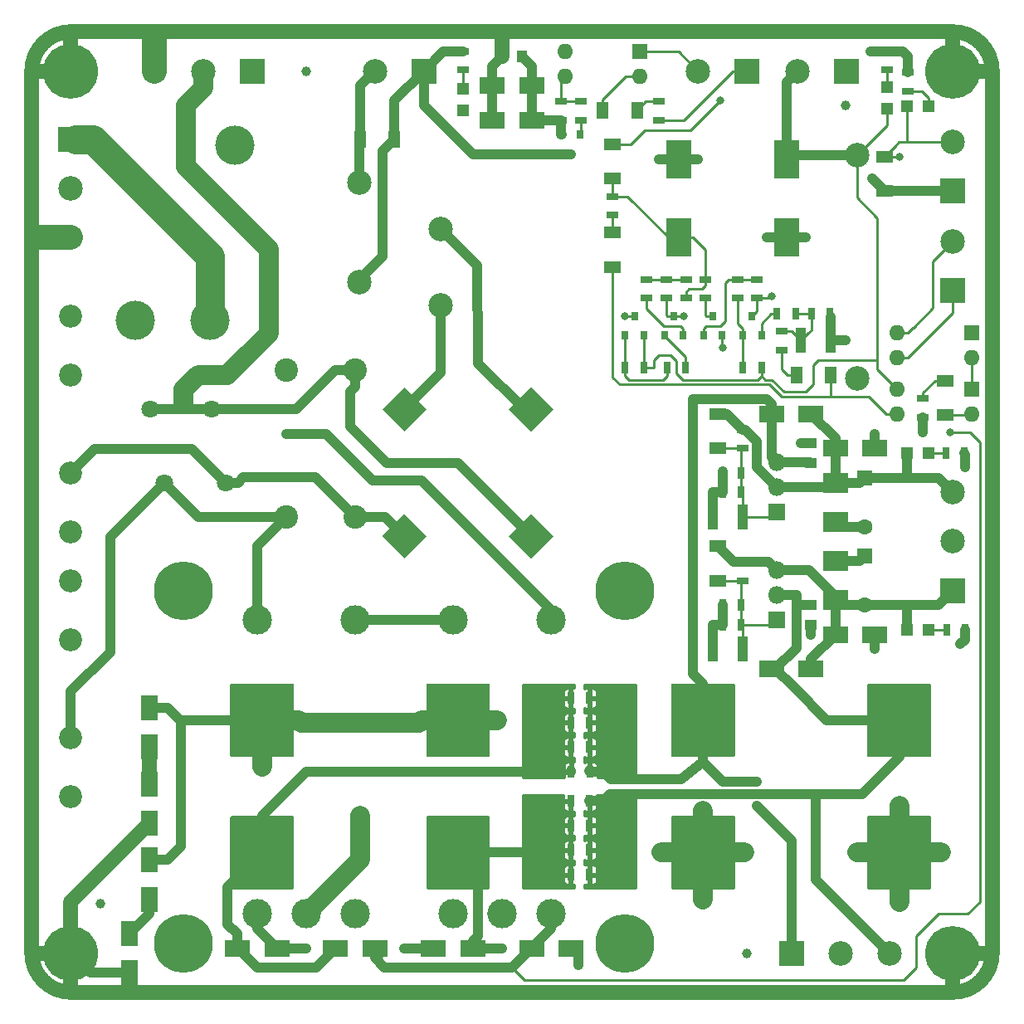
<source format=gtl>
G04 #@! TF.GenerationSoftware,KiCad,Pcbnew,5.1.5+dfsg1-2build2*
G04 #@! TF.CreationDate,2021-10-27T23:18:45+10:30*
G04 #@! TF.ProjectId,xover-psu,786f7665-722d-4707-9375-2e6b69636164,rev?*
G04 #@! TF.SameCoordinates,Original*
G04 #@! TF.FileFunction,Copper,L1,Top*
G04 #@! TF.FilePolarity,Positive*
%FSLAX46Y46*%
G04 Gerber Fmt 4.6, Leading zero omitted, Abs format (unit mm)*
G04 Created by KiCad (PCBNEW 5.1.5+dfsg1-2build2) date 2021-10-27 23:18:45*
%MOMM*%
%LPD*%
G04 APERTURE LIST*
%ADD10C,1.500000*%
%ADD11C,1.000000*%
%ADD12R,1.600000X1.600000*%
%ADD13O,1.600000X1.600000*%
%ADD14R,0.800000X0.900000*%
%ADD15R,0.700000X1.300000*%
%ADD16R,1.300000X0.700000*%
%ADD17C,2.500000*%
%ADD18R,2.500000X2.500000*%
%ADD19C,6.000000*%
%ADD20C,2.999740*%
%ADD21R,1.300000X1.700000*%
%ADD22R,1.700000X1.300000*%
%ADD23R,1.200000X1.200000*%
%ADD24R,1.000000X2.500000*%
%ADD25R,2.500000X4.000000*%
%ADD26C,0.100000*%
%ADD27R,1.800000X2.500000*%
%ADD28C,5.600000*%
%ADD29C,2.350000*%
%ADD30R,1.000000X1.250000*%
%ADD31R,2.500000X1.800000*%
%ADD32C,2.400000*%
%ADD33R,1.250000X1.000000*%
%ADD34R,2.500000X2.000000*%
%ADD35C,1.600000*%
%ADD36C,4.000000*%
%ADD37C,1.800000*%
%ADD38R,1.800000X1.800000*%
%ADD39O,1.800000X1.800000*%
%ADD40C,0.800000*%
%ADD41C,0.250000*%
%ADD42C,1.000000*%
%ADD43C,2.000000*%
%ADD44C,2.500000*%
%ADD45C,3.000000*%
%ADD46C,0.254000*%
G04 APERTURE END LIST*
D10*
X30000000Y-124000000D02*
G75*
G02X26000000Y-120000000I0J4000000D01*
G01*
X124000000Y-120000000D02*
G75*
G02X120000000Y-124000000I-4000000J0D01*
G01*
X120000000Y-26000000D02*
G75*
G02X124000000Y-30000000I0J-4000000D01*
G01*
X26000000Y-30000000D02*
G75*
G02X30000000Y-26000000I4000000J0D01*
G01*
D11*
X54000000Y-30000000D03*
X99000000Y-120000000D03*
X33000000Y-115000000D03*
X109000000Y-33500000D03*
D12*
X121901000Y-56750000D03*
D13*
X114281000Y-59290000D03*
X121901000Y-59290000D03*
X114281000Y-56750000D03*
D12*
X88000000Y-28000000D03*
D13*
X80380000Y-30540000D03*
X88000000Y-30540000D03*
X80380000Y-28000000D03*
D12*
X121901000Y-62465000D03*
D13*
X114281000Y-65005000D03*
X121901000Y-65005000D03*
X114281000Y-62465000D03*
D14*
X90550000Y-57000000D03*
X92450000Y-57000000D03*
X91500000Y-55000000D03*
D15*
X102050000Y-54750000D03*
X103950000Y-54750000D03*
X90800000Y-60250000D03*
X92700000Y-60250000D03*
D16*
X88750000Y-53150000D03*
X88750000Y-51250000D03*
D15*
X88450000Y-60250000D03*
X86550000Y-60250000D03*
D14*
X86550000Y-57000000D03*
X88450000Y-57000000D03*
X87500000Y-55000000D03*
D17*
X119996000Y-47432000D03*
D18*
X119996000Y-52432000D03*
D19*
X41500000Y-119000000D03*
X41500000Y-83000000D03*
X86500000Y-83000000D03*
X86500000Y-119000000D03*
D20*
X79001240Y-116001240D03*
X73999980Y-116001240D03*
X69001260Y-116001240D03*
X58998740Y-116001240D03*
X54000020Y-116001240D03*
X48998760Y-116001240D03*
X48998760Y-85998760D03*
X58998740Y-85998760D03*
X69001260Y-85998760D03*
X79001240Y-85998760D03*
D15*
X82900000Y-112000000D03*
X81000000Y-112000000D03*
X82900000Y-94000000D03*
X81000000Y-94000000D03*
D17*
X67700000Y-46100000D03*
X67700000Y-53900000D03*
X110200000Y-61400000D03*
X110200000Y-38600000D03*
D14*
X98550000Y-57000000D03*
X100450000Y-57000000D03*
X99500000Y-55000000D03*
D15*
X82900000Y-104500000D03*
X81000000Y-104500000D03*
X82900000Y-107000000D03*
X81000000Y-107000000D03*
X82900000Y-109500000D03*
X81000000Y-109500000D03*
X82950000Y-101500000D03*
X81050000Y-101500000D03*
X82900000Y-96500000D03*
X81000000Y-96500000D03*
X82900000Y-99000000D03*
X81000000Y-99000000D03*
D16*
X90750000Y-51250000D03*
X90750000Y-53150000D03*
X100000000Y-53150000D03*
X100000000Y-51250000D03*
D15*
X105550000Y-54750000D03*
X107450000Y-54750000D03*
D16*
X116948000Y-65320000D03*
X116948000Y-63420000D03*
X94750000Y-53150000D03*
X94750000Y-51250000D03*
X98000000Y-53150000D03*
X98000000Y-51250000D03*
X102500000Y-58450000D03*
X102500000Y-56550000D03*
X115424000Y-32046000D03*
X115424000Y-30146000D03*
X92750000Y-53150000D03*
X92750000Y-51250000D03*
X85250000Y-44700000D03*
X85250000Y-42800000D03*
D15*
X98550000Y-60250000D03*
X100450000Y-60250000D03*
D14*
X94550000Y-57000000D03*
X96450000Y-57000000D03*
X95500000Y-55000000D03*
D17*
X119996000Y-37272000D03*
D18*
X119996000Y-42272000D03*
D21*
X104000000Y-61000000D03*
X107500000Y-61000000D03*
D22*
X85250000Y-46500000D03*
X85250000Y-50000000D03*
X119234000Y-61604000D03*
X119234000Y-65104000D03*
X113000000Y-38750000D03*
X113000000Y-42250000D03*
D23*
X115340000Y-33636000D03*
X117540000Y-33636000D03*
D22*
X85250000Y-37500000D03*
X85250000Y-41000000D03*
D24*
X104500000Y-57500000D03*
X107500000Y-57500000D03*
D25*
X92000000Y-47000000D03*
X92000000Y-39000000D03*
G04 #@! TA.AperFunction,SMDPad,CuDef*
D26*
G36*
X72585839Y-106000876D02*
G01*
X72603506Y-106003497D01*
X72620832Y-106007837D01*
X72637648Y-106013854D01*
X72653794Y-106021490D01*
X72669114Y-106030673D01*
X72683460Y-106041312D01*
X72696693Y-106053307D01*
X72708688Y-106066540D01*
X72719327Y-106080886D01*
X72728510Y-106096206D01*
X72736146Y-106112352D01*
X72742163Y-106129168D01*
X72746503Y-106146494D01*
X72749124Y-106164161D01*
X72750000Y-106182000D01*
X72750000Y-113318000D01*
X72749124Y-113335839D01*
X72746503Y-113353506D01*
X72742163Y-113370832D01*
X72736146Y-113387648D01*
X72728510Y-113403794D01*
X72719327Y-113419114D01*
X72708688Y-113433460D01*
X72696693Y-113446693D01*
X72683460Y-113458688D01*
X72669114Y-113469327D01*
X72653794Y-113478510D01*
X72637648Y-113486146D01*
X72620832Y-113492163D01*
X72603506Y-113496503D01*
X72585839Y-113499124D01*
X72568000Y-113500000D01*
X66432000Y-113500000D01*
X66414161Y-113499124D01*
X66396494Y-113496503D01*
X66379168Y-113492163D01*
X66362352Y-113486146D01*
X66346206Y-113478510D01*
X66330886Y-113469327D01*
X66316540Y-113458688D01*
X66303307Y-113446693D01*
X66291312Y-113433460D01*
X66280673Y-113419114D01*
X66271490Y-113403794D01*
X66263854Y-113387648D01*
X66257837Y-113370832D01*
X66253497Y-113353506D01*
X66250876Y-113335839D01*
X66250000Y-113318000D01*
X66250000Y-106182000D01*
X66250876Y-106164161D01*
X66253497Y-106146494D01*
X66257837Y-106129168D01*
X66263854Y-106112352D01*
X66271490Y-106096206D01*
X66280673Y-106080886D01*
X66291312Y-106066540D01*
X66303307Y-106053307D01*
X66316540Y-106041312D01*
X66330886Y-106030673D01*
X66346206Y-106021490D01*
X66362352Y-106013854D01*
X66379168Y-106007837D01*
X66396494Y-106003497D01*
X66414161Y-106000876D01*
X66432000Y-106000000D01*
X72568000Y-106000000D01*
X72585839Y-106000876D01*
G37*
G04 #@! TD.AperFunction*
G04 #@! TA.AperFunction,SMDPad,CuDef*
G36*
X72585839Y-92500876D02*
G01*
X72603506Y-92503497D01*
X72620832Y-92507837D01*
X72637648Y-92513854D01*
X72653794Y-92521490D01*
X72669114Y-92530673D01*
X72683460Y-92541312D01*
X72696693Y-92553307D01*
X72708688Y-92566540D01*
X72719327Y-92580886D01*
X72728510Y-92596206D01*
X72736146Y-92612352D01*
X72742163Y-92629168D01*
X72746503Y-92646494D01*
X72749124Y-92664161D01*
X72750000Y-92682000D01*
X72750000Y-99818000D01*
X72749124Y-99835839D01*
X72746503Y-99853506D01*
X72742163Y-99870832D01*
X72736146Y-99887648D01*
X72728510Y-99903794D01*
X72719327Y-99919114D01*
X72708688Y-99933460D01*
X72696693Y-99946693D01*
X72683460Y-99958688D01*
X72669114Y-99969327D01*
X72653794Y-99978510D01*
X72637648Y-99986146D01*
X72620832Y-99992163D01*
X72603506Y-99996503D01*
X72585839Y-99999124D01*
X72568000Y-100000000D01*
X66432000Y-100000000D01*
X66414161Y-99999124D01*
X66396494Y-99996503D01*
X66379168Y-99992163D01*
X66362352Y-99986146D01*
X66346206Y-99978510D01*
X66330886Y-99969327D01*
X66316540Y-99958688D01*
X66303307Y-99946693D01*
X66291312Y-99933460D01*
X66280673Y-99919114D01*
X66271490Y-99903794D01*
X66263854Y-99887648D01*
X66257837Y-99870832D01*
X66253497Y-99853506D01*
X66250876Y-99835839D01*
X66250000Y-99818000D01*
X66250000Y-92682000D01*
X66250876Y-92664161D01*
X66253497Y-92646494D01*
X66257837Y-92629168D01*
X66263854Y-92612352D01*
X66271490Y-92596206D01*
X66280673Y-92580886D01*
X66291312Y-92566540D01*
X66303307Y-92553307D01*
X66316540Y-92541312D01*
X66330886Y-92530673D01*
X66346206Y-92521490D01*
X66362352Y-92513854D01*
X66379168Y-92507837D01*
X66396494Y-92503497D01*
X66414161Y-92500876D01*
X66432000Y-92500000D01*
X72568000Y-92500000D01*
X72585839Y-92500876D01*
G37*
G04 #@! TD.AperFunction*
D27*
X38000000Y-114500000D03*
X38000000Y-110500000D03*
X38000000Y-95000000D03*
X38000000Y-99000000D03*
D28*
X120000000Y-120000000D03*
X120000000Y-30000000D03*
D29*
X30000000Y-98000000D03*
X30000000Y-104000000D03*
X30000000Y-88000000D03*
X30000000Y-82000000D03*
X30000000Y-71000000D03*
X30000000Y-77000000D03*
X30000000Y-61000000D03*
X30000000Y-55000000D03*
D28*
X30000000Y-120000000D03*
X30000000Y-30000000D03*
D30*
X76000000Y-28500000D03*
X74000000Y-28500000D03*
D17*
X30000000Y-42000000D03*
D18*
X30000000Y-37000000D03*
D17*
X30000000Y-47000000D03*
X43500000Y-30000000D03*
D18*
X48500000Y-30000000D03*
D17*
X38500000Y-30000000D03*
D27*
X36000000Y-122000000D03*
X36000000Y-118000000D03*
X38000000Y-102750000D03*
X38000000Y-106750000D03*
D31*
X73000000Y-35000000D03*
X77000000Y-35000000D03*
X77000000Y-31500000D03*
X73000000Y-31500000D03*
G04 #@! TA.AperFunction,SMDPad,CuDef*
D26*
G36*
X52585839Y-92500876D02*
G01*
X52603506Y-92503497D01*
X52620832Y-92507837D01*
X52637648Y-92513854D01*
X52653794Y-92521490D01*
X52669114Y-92530673D01*
X52683460Y-92541312D01*
X52696693Y-92553307D01*
X52708688Y-92566540D01*
X52719327Y-92580886D01*
X52728510Y-92596206D01*
X52736146Y-92612352D01*
X52742163Y-92629168D01*
X52746503Y-92646494D01*
X52749124Y-92664161D01*
X52750000Y-92682000D01*
X52750000Y-99818000D01*
X52749124Y-99835839D01*
X52746503Y-99853506D01*
X52742163Y-99870832D01*
X52736146Y-99887648D01*
X52728510Y-99903794D01*
X52719327Y-99919114D01*
X52708688Y-99933460D01*
X52696693Y-99946693D01*
X52683460Y-99958688D01*
X52669114Y-99969327D01*
X52653794Y-99978510D01*
X52637648Y-99986146D01*
X52620832Y-99992163D01*
X52603506Y-99996503D01*
X52585839Y-99999124D01*
X52568000Y-100000000D01*
X46432000Y-100000000D01*
X46414161Y-99999124D01*
X46396494Y-99996503D01*
X46379168Y-99992163D01*
X46362352Y-99986146D01*
X46346206Y-99978510D01*
X46330886Y-99969327D01*
X46316540Y-99958688D01*
X46303307Y-99946693D01*
X46291312Y-99933460D01*
X46280673Y-99919114D01*
X46271490Y-99903794D01*
X46263854Y-99887648D01*
X46257837Y-99870832D01*
X46253497Y-99853506D01*
X46250876Y-99835839D01*
X46250000Y-99818000D01*
X46250000Y-92682000D01*
X46250876Y-92664161D01*
X46253497Y-92646494D01*
X46257837Y-92629168D01*
X46263854Y-92612352D01*
X46271490Y-92596206D01*
X46280673Y-92580886D01*
X46291312Y-92566540D01*
X46303307Y-92553307D01*
X46316540Y-92541312D01*
X46330886Y-92530673D01*
X46346206Y-92521490D01*
X46362352Y-92513854D01*
X46379168Y-92507837D01*
X46396494Y-92503497D01*
X46414161Y-92500876D01*
X46432000Y-92500000D01*
X52568000Y-92500000D01*
X52585839Y-92500876D01*
G37*
G04 #@! TD.AperFunction*
G04 #@! TA.AperFunction,SMDPad,CuDef*
G36*
X52585839Y-106000876D02*
G01*
X52603506Y-106003497D01*
X52620832Y-106007837D01*
X52637648Y-106013854D01*
X52653794Y-106021490D01*
X52669114Y-106030673D01*
X52683460Y-106041312D01*
X52696693Y-106053307D01*
X52708688Y-106066540D01*
X52719327Y-106080886D01*
X52728510Y-106096206D01*
X52736146Y-106112352D01*
X52742163Y-106129168D01*
X52746503Y-106146494D01*
X52749124Y-106164161D01*
X52750000Y-106182000D01*
X52750000Y-113318000D01*
X52749124Y-113335839D01*
X52746503Y-113353506D01*
X52742163Y-113370832D01*
X52736146Y-113387648D01*
X52728510Y-113403794D01*
X52719327Y-113419114D01*
X52708688Y-113433460D01*
X52696693Y-113446693D01*
X52683460Y-113458688D01*
X52669114Y-113469327D01*
X52653794Y-113478510D01*
X52637648Y-113486146D01*
X52620832Y-113492163D01*
X52603506Y-113496503D01*
X52585839Y-113499124D01*
X52568000Y-113500000D01*
X46432000Y-113500000D01*
X46414161Y-113499124D01*
X46396494Y-113496503D01*
X46379168Y-113492163D01*
X46362352Y-113486146D01*
X46346206Y-113478510D01*
X46330886Y-113469327D01*
X46316540Y-113458688D01*
X46303307Y-113446693D01*
X46291312Y-113433460D01*
X46280673Y-113419114D01*
X46271490Y-113403794D01*
X46263854Y-113387648D01*
X46257837Y-113370832D01*
X46253497Y-113353506D01*
X46250876Y-113335839D01*
X46250000Y-113318000D01*
X46250000Y-106182000D01*
X46250876Y-106164161D01*
X46253497Y-106146494D01*
X46257837Y-106129168D01*
X46263854Y-106112352D01*
X46271490Y-106096206D01*
X46280673Y-106080886D01*
X46291312Y-106066540D01*
X46303307Y-106053307D01*
X46316540Y-106041312D01*
X46330886Y-106030673D01*
X46346206Y-106021490D01*
X46362352Y-106013854D01*
X46379168Y-106007837D01*
X46396494Y-106003497D01*
X46414161Y-106000876D01*
X46432000Y-106000000D01*
X52568000Y-106000000D01*
X52585839Y-106000876D01*
G37*
G04 #@! TD.AperFunction*
G04 #@! TA.AperFunction,SMDPad,CuDef*
G36*
X97585839Y-106000876D02*
G01*
X97603506Y-106003497D01*
X97620832Y-106007837D01*
X97637648Y-106013854D01*
X97653794Y-106021490D01*
X97669114Y-106030673D01*
X97683460Y-106041312D01*
X97696693Y-106053307D01*
X97708688Y-106066540D01*
X97719327Y-106080886D01*
X97728510Y-106096206D01*
X97736146Y-106112352D01*
X97742163Y-106129168D01*
X97746503Y-106146494D01*
X97749124Y-106164161D01*
X97750000Y-106182000D01*
X97750000Y-113318000D01*
X97749124Y-113335839D01*
X97746503Y-113353506D01*
X97742163Y-113370832D01*
X97736146Y-113387648D01*
X97728510Y-113403794D01*
X97719327Y-113419114D01*
X97708688Y-113433460D01*
X97696693Y-113446693D01*
X97683460Y-113458688D01*
X97669114Y-113469327D01*
X97653794Y-113478510D01*
X97637648Y-113486146D01*
X97620832Y-113492163D01*
X97603506Y-113496503D01*
X97585839Y-113499124D01*
X97568000Y-113500000D01*
X91432000Y-113500000D01*
X91414161Y-113499124D01*
X91396494Y-113496503D01*
X91379168Y-113492163D01*
X91362352Y-113486146D01*
X91346206Y-113478510D01*
X91330886Y-113469327D01*
X91316540Y-113458688D01*
X91303307Y-113446693D01*
X91291312Y-113433460D01*
X91280673Y-113419114D01*
X91271490Y-113403794D01*
X91263854Y-113387648D01*
X91257837Y-113370832D01*
X91253497Y-113353506D01*
X91250876Y-113335839D01*
X91250000Y-113318000D01*
X91250000Y-106182000D01*
X91250876Y-106164161D01*
X91253497Y-106146494D01*
X91257837Y-106129168D01*
X91263854Y-106112352D01*
X91271490Y-106096206D01*
X91280673Y-106080886D01*
X91291312Y-106066540D01*
X91303307Y-106053307D01*
X91316540Y-106041312D01*
X91330886Y-106030673D01*
X91346206Y-106021490D01*
X91362352Y-106013854D01*
X91379168Y-106007837D01*
X91396494Y-106003497D01*
X91414161Y-106000876D01*
X91432000Y-106000000D01*
X97568000Y-106000000D01*
X97585839Y-106000876D01*
G37*
G04 #@! TD.AperFunction*
G04 #@! TA.AperFunction,SMDPad,CuDef*
G36*
X97585839Y-92500876D02*
G01*
X97603506Y-92503497D01*
X97620832Y-92507837D01*
X97637648Y-92513854D01*
X97653794Y-92521490D01*
X97669114Y-92530673D01*
X97683460Y-92541312D01*
X97696693Y-92553307D01*
X97708688Y-92566540D01*
X97719327Y-92580886D01*
X97728510Y-92596206D01*
X97736146Y-92612352D01*
X97742163Y-92629168D01*
X97746503Y-92646494D01*
X97749124Y-92664161D01*
X97750000Y-92682000D01*
X97750000Y-99818000D01*
X97749124Y-99835839D01*
X97746503Y-99853506D01*
X97742163Y-99870832D01*
X97736146Y-99887648D01*
X97728510Y-99903794D01*
X97719327Y-99919114D01*
X97708688Y-99933460D01*
X97696693Y-99946693D01*
X97683460Y-99958688D01*
X97669114Y-99969327D01*
X97653794Y-99978510D01*
X97637648Y-99986146D01*
X97620832Y-99992163D01*
X97603506Y-99996503D01*
X97585839Y-99999124D01*
X97568000Y-100000000D01*
X91432000Y-100000000D01*
X91414161Y-99999124D01*
X91396494Y-99996503D01*
X91379168Y-99992163D01*
X91362352Y-99986146D01*
X91346206Y-99978510D01*
X91330886Y-99969327D01*
X91316540Y-99958688D01*
X91303307Y-99946693D01*
X91291312Y-99933460D01*
X91280673Y-99919114D01*
X91271490Y-99903794D01*
X91263854Y-99887648D01*
X91257837Y-99870832D01*
X91253497Y-99853506D01*
X91250876Y-99835839D01*
X91250000Y-99818000D01*
X91250000Y-92682000D01*
X91250876Y-92664161D01*
X91253497Y-92646494D01*
X91257837Y-92629168D01*
X91263854Y-92612352D01*
X91271490Y-92596206D01*
X91280673Y-92580886D01*
X91291312Y-92566540D01*
X91303307Y-92553307D01*
X91316540Y-92541312D01*
X91330886Y-92530673D01*
X91346206Y-92521490D01*
X91362352Y-92513854D01*
X91379168Y-92507837D01*
X91396494Y-92503497D01*
X91414161Y-92500876D01*
X91432000Y-92500000D01*
X97568000Y-92500000D01*
X97585839Y-92500876D01*
G37*
G04 #@! TD.AperFunction*
G04 #@! TA.AperFunction,SMDPad,CuDef*
G36*
X117585839Y-92500876D02*
G01*
X117603506Y-92503497D01*
X117620832Y-92507837D01*
X117637648Y-92513854D01*
X117653794Y-92521490D01*
X117669114Y-92530673D01*
X117683460Y-92541312D01*
X117696693Y-92553307D01*
X117708688Y-92566540D01*
X117719327Y-92580886D01*
X117728510Y-92596206D01*
X117736146Y-92612352D01*
X117742163Y-92629168D01*
X117746503Y-92646494D01*
X117749124Y-92664161D01*
X117750000Y-92682000D01*
X117750000Y-99818000D01*
X117749124Y-99835839D01*
X117746503Y-99853506D01*
X117742163Y-99870832D01*
X117736146Y-99887648D01*
X117728510Y-99903794D01*
X117719327Y-99919114D01*
X117708688Y-99933460D01*
X117696693Y-99946693D01*
X117683460Y-99958688D01*
X117669114Y-99969327D01*
X117653794Y-99978510D01*
X117637648Y-99986146D01*
X117620832Y-99992163D01*
X117603506Y-99996503D01*
X117585839Y-99999124D01*
X117568000Y-100000000D01*
X111432000Y-100000000D01*
X111414161Y-99999124D01*
X111396494Y-99996503D01*
X111379168Y-99992163D01*
X111362352Y-99986146D01*
X111346206Y-99978510D01*
X111330886Y-99969327D01*
X111316540Y-99958688D01*
X111303307Y-99946693D01*
X111291312Y-99933460D01*
X111280673Y-99919114D01*
X111271490Y-99903794D01*
X111263854Y-99887648D01*
X111257837Y-99870832D01*
X111253497Y-99853506D01*
X111250876Y-99835839D01*
X111250000Y-99818000D01*
X111250000Y-92682000D01*
X111250876Y-92664161D01*
X111253497Y-92646494D01*
X111257837Y-92629168D01*
X111263854Y-92612352D01*
X111271490Y-92596206D01*
X111280673Y-92580886D01*
X111291312Y-92566540D01*
X111303307Y-92553307D01*
X111316540Y-92541312D01*
X111330886Y-92530673D01*
X111346206Y-92521490D01*
X111362352Y-92513854D01*
X111379168Y-92507837D01*
X111396494Y-92503497D01*
X111414161Y-92500876D01*
X111432000Y-92500000D01*
X117568000Y-92500000D01*
X117585839Y-92500876D01*
G37*
G04 #@! TD.AperFunction*
G04 #@! TA.AperFunction,SMDPad,CuDef*
G36*
X117585839Y-106000876D02*
G01*
X117603506Y-106003497D01*
X117620832Y-106007837D01*
X117637648Y-106013854D01*
X117653794Y-106021490D01*
X117669114Y-106030673D01*
X117683460Y-106041312D01*
X117696693Y-106053307D01*
X117708688Y-106066540D01*
X117719327Y-106080886D01*
X117728510Y-106096206D01*
X117736146Y-106112352D01*
X117742163Y-106129168D01*
X117746503Y-106146494D01*
X117749124Y-106164161D01*
X117750000Y-106182000D01*
X117750000Y-113318000D01*
X117749124Y-113335839D01*
X117746503Y-113353506D01*
X117742163Y-113370832D01*
X117736146Y-113387648D01*
X117728510Y-113403794D01*
X117719327Y-113419114D01*
X117708688Y-113433460D01*
X117696693Y-113446693D01*
X117683460Y-113458688D01*
X117669114Y-113469327D01*
X117653794Y-113478510D01*
X117637648Y-113486146D01*
X117620832Y-113492163D01*
X117603506Y-113496503D01*
X117585839Y-113499124D01*
X117568000Y-113500000D01*
X111432000Y-113500000D01*
X111414161Y-113499124D01*
X111396494Y-113496503D01*
X111379168Y-113492163D01*
X111362352Y-113486146D01*
X111346206Y-113478510D01*
X111330886Y-113469327D01*
X111316540Y-113458688D01*
X111303307Y-113446693D01*
X111291312Y-113433460D01*
X111280673Y-113419114D01*
X111271490Y-113403794D01*
X111263854Y-113387648D01*
X111257837Y-113370832D01*
X111253497Y-113353506D01*
X111250876Y-113335839D01*
X111250000Y-113318000D01*
X111250000Y-106182000D01*
X111250876Y-106164161D01*
X111253497Y-106146494D01*
X111257837Y-106129168D01*
X111263854Y-106112352D01*
X111271490Y-106096206D01*
X111280673Y-106080886D01*
X111291312Y-106066540D01*
X111303307Y-106053307D01*
X111316540Y-106041312D01*
X111330886Y-106030673D01*
X111346206Y-106021490D01*
X111362352Y-106013854D01*
X111379168Y-106007837D01*
X111396494Y-106003497D01*
X111414161Y-106000876D01*
X111432000Y-106000000D01*
X117568000Y-106000000D01*
X117585839Y-106000876D01*
G37*
G04 #@! TD.AperFunction*
D17*
X94000000Y-30000000D03*
D18*
X99000000Y-30000000D03*
D32*
X59000000Y-75500000D03*
X59000000Y-60500000D03*
X52000000Y-60500000D03*
X52000000Y-75500000D03*
D25*
X103000000Y-39000000D03*
X103000000Y-47000000D03*
D33*
X105500000Y-68000000D03*
X105500000Y-70000000D03*
X105500000Y-86500000D03*
X105500000Y-84500000D03*
D24*
X98500000Y-75500000D03*
X95500000Y-75500000D03*
X98500000Y-89000000D03*
X95500000Y-89000000D03*
D34*
X108000000Y-76000000D03*
X108000000Y-72000000D03*
X108000000Y-80000000D03*
X108000000Y-84000000D03*
D35*
X111000000Y-76500000D03*
D12*
X111000000Y-71500000D03*
X111000000Y-79500000D03*
D35*
X111000000Y-84500000D03*
D21*
X84250000Y-34000000D03*
X87750000Y-34000000D03*
D23*
X70000000Y-34000000D03*
X70000000Y-31800000D03*
D21*
X63000000Y-37000000D03*
X59500000Y-37000000D03*
D23*
X113250000Y-31650000D03*
X113250000Y-33850000D03*
D31*
X51000000Y-119500000D03*
X47000000Y-119500000D03*
X71000000Y-119500000D03*
X67000000Y-119500000D03*
X57000000Y-119500000D03*
X61000000Y-119500000D03*
X77000000Y-119500000D03*
X81000000Y-119500000D03*
X101500000Y-65000000D03*
X105500000Y-65000000D03*
X101500000Y-91000000D03*
X105500000Y-91000000D03*
D22*
X96000000Y-65000000D03*
X96000000Y-68500000D03*
X96000000Y-78500000D03*
X96000000Y-82000000D03*
D31*
X108000000Y-68500000D03*
X112000000Y-68500000D03*
X108000000Y-87500000D03*
X112000000Y-87500000D03*
D23*
X117500000Y-69000000D03*
X115300000Y-69000000D03*
X115300000Y-87000000D03*
X117500000Y-87000000D03*
D18*
X66000000Y-30000000D03*
D17*
X61000000Y-30000000D03*
X113500000Y-120000000D03*
D18*
X103500000Y-120000000D03*
D17*
X108500000Y-120000000D03*
D18*
X109160000Y-30000000D03*
D17*
X104160000Y-30000000D03*
X120000000Y-78000000D03*
D18*
X120000000Y-83000000D03*
D17*
X120000000Y-73000000D03*
D36*
X36600000Y-55400000D03*
X44200000Y-55400000D03*
X46740000Y-37600000D03*
D17*
X59440000Y-51580000D03*
X59440000Y-41420000D03*
G04 #@! TA.AperFunction,SMDPad,CuDef*
D26*
G36*
X76965784Y-79728526D02*
G01*
X74703042Y-77465784D01*
X76965784Y-75203042D01*
X79228526Y-77465784D01*
X76965784Y-79728526D01*
G37*
G04 #@! TD.AperFunction*
G04 #@! TA.AperFunction,SMDPad,CuDef*
G36*
X76965784Y-66796958D02*
G01*
X74703042Y-64534216D01*
X76965784Y-62271474D01*
X79228526Y-64534216D01*
X76965784Y-66796958D01*
G37*
G04 #@! TD.AperFunction*
G04 #@! TA.AperFunction,SMDPad,CuDef*
G36*
X64034216Y-79728526D02*
G01*
X61771474Y-77465784D01*
X64034216Y-75203042D01*
X66296958Y-77465784D01*
X64034216Y-79728526D01*
G37*
G04 #@! TD.AperFunction*
G04 #@! TA.AperFunction,SMDPad,CuDef*
G36*
X64034216Y-66796958D02*
G01*
X61771474Y-64534216D01*
X64034216Y-62271474D01*
X66296958Y-64534216D01*
X64034216Y-66796958D01*
G37*
G04 #@! TD.AperFunction*
D14*
X81000000Y-38500000D03*
X80050000Y-36500000D03*
X81950000Y-36500000D03*
D16*
X90000000Y-33100000D03*
X90000000Y-35000000D03*
X70000000Y-28000000D03*
X70000000Y-29900000D03*
X82000000Y-35000000D03*
X82000000Y-33100000D03*
X80000000Y-35000000D03*
X80000000Y-33100000D03*
X113250000Y-29900000D03*
X113250000Y-28000000D03*
D15*
X96500000Y-73000000D03*
X98400000Y-73000000D03*
X98400000Y-84500000D03*
X96500000Y-84500000D03*
X96500000Y-71000000D03*
X98400000Y-71000000D03*
X96500000Y-86500000D03*
X98400000Y-86500000D03*
D16*
X98500000Y-68500000D03*
X98500000Y-66600000D03*
X98500000Y-80100000D03*
X98500000Y-82000000D03*
D15*
X121150000Y-69000000D03*
X119250000Y-69000000D03*
X119350000Y-87000000D03*
X121250000Y-87000000D03*
D37*
X45750000Y-72000000D03*
X44350000Y-64500000D03*
X38100000Y-64500000D03*
X39500000Y-72000000D03*
D38*
X102000000Y-75000000D03*
D39*
X102000000Y-72460000D03*
X102000000Y-69920000D03*
X102000000Y-80920000D03*
X102000000Y-83460000D03*
D38*
X102000000Y-86000000D03*
D40*
X105000000Y-47000000D03*
X101000000Y-47000000D03*
X78500002Y-35000000D03*
X111614000Y-28000000D03*
X90000000Y-39000000D03*
X94000004Y-39000000D03*
X111750000Y-41000000D03*
X109000000Y-57500000D03*
X101500000Y-53000000D03*
X96500000Y-58250000D03*
X92500000Y-55000000D03*
X104500000Y-68000000D03*
X112000000Y-67000000D03*
X120750000Y-88500000D03*
X112000000Y-89000000D03*
X105500000Y-87500000D03*
X95500000Y-86500000D03*
X95500000Y-73000000D03*
X59500000Y-106000000D03*
X61500000Y-96500000D03*
X57500000Y-96500000D03*
X63000000Y-96500000D03*
X59500000Y-109000000D03*
X56000000Y-96500000D03*
X59500000Y-110500000D03*
X59500000Y-107500000D03*
X49500000Y-101000000D03*
X73500000Y-96250000D03*
X90250000Y-109750000D03*
X114500000Y-105000000D03*
X114500000Y-114750000D03*
X98750000Y-109750000D03*
X94500000Y-114500000D03*
X94500000Y-105500000D03*
X110249994Y-109750000D03*
X118749996Y-109750000D03*
X121266000Y-70466000D03*
X116948000Y-66910000D03*
X54000000Y-119500000D03*
X64000000Y-119500000D03*
X74999998Y-121500000D03*
X119742000Y-66910000D03*
X74000012Y-119500000D03*
X81750000Y-121250000D03*
X56000000Y-67000000D03*
X53999986Y-67000000D03*
X52000000Y-67000000D03*
X26000000Y-93000000D03*
X26000000Y-93000000D03*
X74000000Y-26000000D03*
X100000000Y-102500000D03*
X100000000Y-105000000D03*
X70000000Y-34000000D03*
X96250000Y-33000000D03*
X86500000Y-55000000D03*
X114500000Y-38750000D03*
D41*
X85250000Y-41000000D02*
X85250000Y-42800000D01*
X91000000Y-47000000D02*
X92000000Y-47000000D01*
X86800000Y-42800000D02*
X91000000Y-47000000D01*
X92750000Y-52550000D02*
X93050000Y-52250000D01*
X92750000Y-53150000D02*
X92750000Y-52550000D01*
X94750000Y-51850000D02*
X94750000Y-51250000D01*
X94350000Y-52250000D02*
X94750000Y-51850000D01*
X93050000Y-52250000D02*
X94350000Y-52250000D01*
X93500000Y-47000000D02*
X92000000Y-47000000D01*
X94750000Y-48250000D02*
X93500000Y-47000000D01*
X94750000Y-51250000D02*
X94750000Y-48250000D01*
X86800000Y-42800000D02*
X85250000Y-42800000D01*
D42*
X80000000Y-36450000D02*
X80050000Y-36500000D01*
X80000000Y-35000000D02*
X80000000Y-36450000D01*
X103000000Y-47000000D02*
X105000000Y-47000000D01*
X103000000Y-47000000D02*
X101000000Y-47000000D01*
X78500002Y-35000000D02*
X77000000Y-35000000D01*
X77000000Y-29500000D02*
X76000000Y-28500000D01*
X77000000Y-35000000D02*
X77000000Y-29500000D01*
X78500002Y-35000000D02*
X80000000Y-35000000D01*
X112179685Y-28000000D02*
X111614000Y-28000000D01*
X113250000Y-28000000D02*
X112179685Y-28000000D01*
X92000000Y-39000000D02*
X90000000Y-39000000D01*
X92000000Y-39000000D02*
X94000004Y-39000000D01*
X113646000Y-42244000D02*
X113674000Y-42272000D01*
X117746000Y-42272000D02*
X119996000Y-42272000D01*
X113674000Y-42272000D02*
X117746000Y-42272000D01*
X115424000Y-28796000D02*
X115424000Y-30146000D01*
X114900000Y-28000000D02*
X115424000Y-28524000D01*
X115424000Y-28524000D02*
X115424000Y-28796000D01*
X113250000Y-28000000D02*
X114900000Y-28000000D01*
X113000000Y-42250000D02*
X111750000Y-41000000D01*
X107500000Y-57500000D02*
X109000000Y-57500000D01*
X107500000Y-57500000D02*
X107500000Y-55100000D01*
D41*
X100000000Y-54500000D02*
X99500000Y-55000000D01*
X100000000Y-53150000D02*
X100000000Y-54500000D01*
X101350000Y-53150000D02*
X101500000Y-53000000D01*
X100000000Y-53150000D02*
X101350000Y-53150000D01*
X96450000Y-58200000D02*
X96500000Y-58250000D01*
X96450000Y-57000000D02*
X96450000Y-58200000D01*
X91500000Y-55000000D02*
X92500000Y-55000000D01*
X90750000Y-53750000D02*
X90750000Y-53150000D01*
X90750000Y-54900000D02*
X90750000Y-53750000D01*
X90850000Y-55000000D02*
X90750000Y-54900000D01*
X91500000Y-55000000D02*
X90850000Y-55000000D01*
D42*
X110500000Y-80000000D02*
X111000000Y-79500000D01*
X108000000Y-80000000D02*
X110500000Y-80000000D01*
X108000000Y-76000000D02*
X108500000Y-76000000D01*
X109000000Y-76500000D02*
X111000000Y-76500000D01*
X108500000Y-76000000D02*
X109000000Y-76500000D01*
X96500000Y-84500000D02*
X96500000Y-86500000D01*
X105500000Y-68000000D02*
X104500000Y-68000000D01*
X112000000Y-68500000D02*
X112000000Y-67000000D01*
X121250000Y-88000000D02*
X120750000Y-88500000D01*
X121250000Y-87000000D02*
X121250000Y-88000000D01*
X112000000Y-87500000D02*
X112000000Y-89000000D01*
X105500000Y-86500000D02*
X105500000Y-87500000D01*
X96500000Y-73000000D02*
X96500000Y-70860001D01*
X96500000Y-86500000D02*
X95500000Y-86500000D01*
X72998760Y-116001240D02*
X73999980Y-116001240D01*
X73999980Y-116001240D02*
X74001240Y-116001240D01*
D43*
X60000000Y-96500000D02*
X60000000Y-96500000D01*
D42*
X43000000Y-96250000D02*
X49500000Y-96250000D01*
D43*
X69500000Y-96250000D02*
X65750000Y-96250000D01*
X65750000Y-96250000D02*
X65500000Y-96500000D01*
X60000000Y-96500000D02*
X65500000Y-96500000D01*
X49500000Y-96250000D02*
X53250000Y-96250000D01*
X53250000Y-96250000D02*
X53500000Y-96500000D01*
X53500000Y-96500000D02*
X60000000Y-96500000D01*
X54000020Y-115999980D02*
X59500000Y-110500000D01*
D42*
X54000020Y-116001240D02*
X54000020Y-115999980D01*
D43*
X59500000Y-110500000D02*
X59500000Y-106000000D01*
D42*
X41150000Y-96250000D02*
X43000000Y-96250000D01*
X39900000Y-95000000D02*
X41150000Y-96250000D01*
X38000000Y-95000000D02*
X39900000Y-95000000D01*
X39900000Y-110500000D02*
X41250000Y-109150000D01*
X38000000Y-110500000D02*
X39900000Y-110500000D01*
X41250000Y-96350000D02*
X41150000Y-96250000D01*
X41250000Y-109150000D02*
X41250000Y-96350000D01*
X96500000Y-73000000D02*
X95500000Y-73000000D01*
X95500000Y-75500000D02*
X95500000Y-73000000D01*
X95500000Y-89000000D02*
X95500000Y-86500000D01*
D43*
X49500000Y-96250000D02*
X49500000Y-101000000D01*
X69500000Y-96250000D02*
X73500000Y-96250000D01*
X94500000Y-109750000D02*
X90250000Y-109750000D01*
X114500000Y-109750000D02*
X114500000Y-105000000D01*
X114500000Y-109750000D02*
X114500000Y-114750000D01*
X94500000Y-109750000D02*
X98750000Y-109750000D01*
X94500000Y-109750000D02*
X94500000Y-114500000D01*
X94500000Y-109750000D02*
X94500000Y-105500000D01*
X114500000Y-109750000D02*
X110249994Y-109750000D01*
X114500000Y-109750000D02*
X118749996Y-109750000D01*
D42*
X121266000Y-69116000D02*
X121266000Y-69900315D01*
X121266000Y-69900315D02*
X121266000Y-70466000D01*
X121150000Y-69000000D02*
X121266000Y-69116000D01*
X116948000Y-65320000D02*
X116948000Y-66910000D01*
X46000000Y-113250000D02*
X49500000Y-109750000D01*
X46000000Y-117050000D02*
X46000000Y-113250000D01*
X47000000Y-118050000D02*
X46000000Y-117050000D01*
X47000000Y-119500000D02*
X47000000Y-118050000D01*
X48000000Y-120500000D02*
X47000000Y-119500000D01*
X49000000Y-121500000D02*
X48000000Y-120500000D01*
X55000000Y-121500000D02*
X49000000Y-121500000D01*
X57000000Y-119500000D02*
X55000000Y-121500000D01*
X81000000Y-101450000D02*
X81050000Y-101500000D01*
X49500000Y-106000000D02*
X49500000Y-109750000D01*
X54000000Y-101500000D02*
X49500000Y-106000000D01*
X79250000Y-101500000D02*
X54000000Y-101500000D01*
X110500000Y-72000000D02*
X111000000Y-71500000D01*
X108000000Y-72000000D02*
X110500000Y-72000000D01*
X118500000Y-71500000D02*
X120000000Y-73000000D01*
X115300000Y-71300000D02*
X115300000Y-69000000D01*
X111000000Y-71500000D02*
X116000000Y-71500000D01*
X116000000Y-71500000D02*
X118500000Y-71500000D01*
X108000000Y-72000000D02*
X108000000Y-68500000D01*
X108000000Y-67500000D02*
X105500000Y-65000000D01*
X108000000Y-68500000D02*
X108000000Y-67500000D01*
X96900000Y-65000000D02*
X98500000Y-66600000D01*
X96000000Y-65000000D02*
X96900000Y-65000000D01*
X98800000Y-66600000D02*
X100000000Y-67800000D01*
X98500000Y-66600000D02*
X98800000Y-66600000D01*
X100000000Y-70460000D02*
X102000000Y-72460000D01*
X100000000Y-67800000D02*
X100000000Y-70460000D01*
X107540000Y-72460000D02*
X108000000Y-72000000D01*
X102000000Y-72460000D02*
X107540000Y-72460000D01*
X105500000Y-90000000D02*
X108000000Y-87500000D01*
X105500000Y-91000000D02*
X105500000Y-90000000D01*
X118500000Y-84500000D02*
X120000000Y-83000000D01*
X115300000Y-87000000D02*
X115300000Y-84800000D01*
X115500000Y-84500000D02*
X118500000Y-84500000D01*
X111000000Y-84500000D02*
X115500000Y-84500000D01*
X108500000Y-84500000D02*
X108000000Y-84000000D01*
X111000000Y-84500000D02*
X108500000Y-84500000D01*
X108000000Y-84000000D02*
X108000000Y-87500000D01*
X101180000Y-80100000D02*
X102000000Y-80920000D01*
X98500000Y-80100000D02*
X101180000Y-80100000D01*
X97600000Y-80100000D02*
X96000000Y-78500000D01*
X98500000Y-80100000D02*
X97600000Y-80100000D01*
X104920000Y-80920000D02*
X102000000Y-80920000D01*
X105305002Y-80920000D02*
X104920000Y-80920000D01*
X108000000Y-83614998D02*
X105305002Y-80920000D01*
X108000000Y-84000000D02*
X108000000Y-83614998D01*
D41*
X116324000Y-32046000D02*
X115424000Y-32046000D01*
X116800000Y-32046000D02*
X116324000Y-32046000D01*
X117540000Y-32786000D02*
X116800000Y-32046000D01*
X117540000Y-33636000D02*
X117540000Y-32786000D01*
X118164000Y-61604000D02*
X119234000Y-61604000D01*
X116948000Y-62820000D02*
X118164000Y-61604000D01*
X116948000Y-63420000D02*
X116948000Y-62820000D01*
X85250000Y-44700000D02*
X85250000Y-46500000D01*
D42*
X48998760Y-117498760D02*
X51000000Y-119500000D01*
X48998760Y-116001240D02*
X48998760Y-117498760D01*
X51000000Y-119500000D02*
X54000000Y-119500000D01*
X67000000Y-119500000D02*
X64000000Y-119500000D01*
D41*
X102500000Y-60400000D02*
X102500000Y-58450000D01*
X103100000Y-61000000D02*
X102500000Y-60400000D01*
X104000000Y-61000000D02*
X103100000Y-61000000D01*
D42*
X61000000Y-120500000D02*
X61500000Y-120000000D01*
X61000000Y-120500000D02*
X61000000Y-119500000D01*
X62000000Y-121500000D02*
X74434313Y-121500000D01*
X74434313Y-121500000D02*
X74999998Y-121500000D01*
X61000000Y-120500000D02*
X62000000Y-121500000D01*
X75000000Y-121500000D02*
X74999998Y-121500000D01*
X79001240Y-117498760D02*
X75000000Y-121500000D01*
X79001240Y-116001240D02*
X79001240Y-117498760D01*
D41*
X74999998Y-121500000D02*
X76249998Y-122750000D01*
X76249998Y-122750000D02*
X115000000Y-122750000D01*
X115000000Y-122750000D02*
X116250000Y-121500000D01*
X122750000Y-67886000D02*
X121774000Y-66910000D01*
X116250000Y-121500000D02*
X116250000Y-118250000D01*
X118500000Y-116000000D02*
X121500000Y-116000000D01*
X116250000Y-118250000D02*
X118500000Y-116000000D01*
X121500000Y-116000000D02*
X122750000Y-114750000D01*
X122750000Y-114750000D02*
X122750000Y-67886000D01*
X121774000Y-66910000D02*
X121266000Y-66910000D01*
X121266000Y-66910000D02*
X119742000Y-66910000D01*
X94000000Y-30000000D02*
X92000000Y-28000000D01*
X92000000Y-28000000D02*
X88000000Y-28000000D01*
D42*
X67700000Y-46100000D02*
X71450001Y-49850001D01*
X71531568Y-59831568D02*
X71531568Y-59100000D01*
X76234216Y-64534216D02*
X71531568Y-59831568D01*
X76965784Y-64534216D02*
X76234216Y-64534216D01*
X71450001Y-49850001D02*
X71500000Y-59100000D01*
X64034216Y-64534216D02*
X64034216Y-64465784D01*
X64034216Y-64465784D02*
X65500000Y-63000000D01*
X65500000Y-63000000D02*
X67700000Y-60800000D01*
X67700000Y-60800000D02*
X67700000Y-53900000D01*
D41*
X82000000Y-36450000D02*
X81950000Y-36500000D01*
X82000000Y-35000000D02*
X82000000Y-36450000D01*
X94850000Y-55000000D02*
X95500000Y-55000000D01*
X94750000Y-54900000D02*
X94850000Y-55000000D01*
X94750000Y-53150000D02*
X94750000Y-54900000D01*
X98000000Y-51250000D02*
X100000000Y-51250000D01*
X97100000Y-51250000D02*
X98000000Y-51250000D01*
X96750000Y-51600000D02*
X97100000Y-51250000D01*
X96750000Y-55500000D02*
X96750000Y-51600000D01*
X96250000Y-56000000D02*
X96750000Y-55500000D01*
X94850000Y-56000000D02*
X96250000Y-56000000D01*
X94550000Y-56300000D02*
X94850000Y-56000000D01*
X94550000Y-57000000D02*
X94550000Y-56300000D01*
X86550000Y-57000000D02*
X86550000Y-60250000D01*
X86550000Y-61150000D02*
X86900000Y-61500000D01*
X86550000Y-60250000D02*
X86550000Y-61150000D01*
X90450000Y-61500000D02*
X90800000Y-61150000D01*
X90800000Y-61150000D02*
X90800000Y-60250000D01*
X86900000Y-61500000D02*
X90450000Y-61500000D01*
D42*
X58998740Y-85998760D02*
X69001260Y-85998760D01*
D41*
X90900000Y-35000000D02*
X90000000Y-35000000D01*
X92500000Y-35000000D02*
X90900000Y-35000000D01*
X97500000Y-30000000D02*
X92500000Y-35000000D01*
X99000000Y-30000000D02*
X97500000Y-30000000D01*
D42*
X71000000Y-119500000D02*
X74000012Y-119500000D01*
X69500000Y-109750000D02*
X76250000Y-109750000D01*
X71500000Y-111750000D02*
X69500000Y-109750000D01*
X71500000Y-118250000D02*
X71500000Y-111750000D01*
X71000000Y-118750000D02*
X71500000Y-118250000D01*
X71000000Y-119500000D02*
X71000000Y-118750000D01*
X81750000Y-120250000D02*
X81000000Y-119500000D01*
X81750000Y-121250000D02*
X81750000Y-120250000D01*
X79001240Y-85001240D02*
X79000000Y-85000000D01*
X79001240Y-85998760D02*
X79001240Y-85001240D01*
X79001240Y-85998760D02*
X79000000Y-85000000D01*
X62250000Y-70000000D02*
X58500000Y-66250000D01*
X69500000Y-70000000D02*
X62250000Y-70000000D01*
X76965784Y-77465784D02*
X69500000Y-70000000D01*
X58500000Y-62697056D02*
X58500000Y-66250000D01*
X59000000Y-62197056D02*
X58500000Y-62697056D01*
X59000000Y-60500000D02*
X59000000Y-62197056D01*
X57000000Y-60500000D02*
X59000000Y-60500000D01*
X53000000Y-64500000D02*
X57000000Y-60500000D01*
X44350000Y-64500000D02*
X53000000Y-64500000D01*
X38100000Y-64500000D02*
X41500000Y-64500000D01*
X41500000Y-64500000D02*
X44350000Y-64500000D01*
D43*
X50199999Y-48199999D02*
X41739999Y-39739999D01*
X41739999Y-39739999D02*
X41739999Y-33527767D01*
X50199999Y-56800001D02*
X50199999Y-48199999D01*
X41739999Y-33527767D02*
X43500000Y-31767766D01*
X48000000Y-59000000D02*
X50199999Y-56800001D01*
X43500000Y-31767766D02*
X43500000Y-30000000D01*
X47926002Y-59000000D02*
X48000000Y-59000000D01*
X45926002Y-61000000D02*
X47926002Y-59000000D01*
X43000000Y-61000000D02*
X45926002Y-61000000D01*
X41500000Y-62500000D02*
X43000000Y-61000000D01*
X41500000Y-64000000D02*
X41500000Y-62500000D01*
D42*
X56000000Y-67000000D02*
X53999986Y-67000000D01*
X53999986Y-67000000D02*
X52000000Y-67000000D01*
X79001240Y-85001240D02*
X65750000Y-71750000D01*
X65750000Y-71750000D02*
X60750000Y-71750000D01*
X60750000Y-71750000D02*
X56399999Y-67399999D01*
X56399999Y-67399999D02*
X56000000Y-67000000D01*
X30000000Y-120000000D02*
X30000000Y-119500000D01*
X73000000Y-33500000D02*
X73000000Y-30000000D01*
X30500000Y-119500000D02*
X30000000Y-120000000D01*
X32000000Y-122000000D02*
X30000000Y-120000000D01*
X36000000Y-122000000D02*
X32000000Y-122000000D01*
X26020020Y-47000000D02*
X26010010Y-47010010D01*
D10*
X26010010Y-30000000D02*
X26010010Y-47010010D01*
X26040203Y-120000000D02*
X26500000Y-120000000D01*
X30000000Y-120000000D02*
X26040203Y-120000000D01*
D42*
X38510010Y-26000000D02*
X38500000Y-26010010D01*
D10*
X30000000Y-26000000D02*
X38510010Y-26000000D01*
D42*
X30000000Y-26040203D02*
X30000000Y-26000000D01*
D10*
X30000000Y-30000000D02*
X30000000Y-26040203D01*
X29989990Y-123969807D02*
X29989990Y-123989990D01*
X30000000Y-123959797D02*
X29989990Y-123969807D01*
X30000000Y-120000000D02*
X30000000Y-123959797D01*
X29989990Y-123989990D02*
X41489990Y-123989990D01*
X123959797Y-30000000D02*
X123989990Y-30000000D01*
X120000000Y-30000000D02*
X123959797Y-30000000D01*
X120000000Y-30000000D02*
X120000000Y-26010010D01*
X120000000Y-26010010D02*
X98760002Y-26010010D01*
X119989990Y-123969807D02*
X119989990Y-123989990D01*
X120000000Y-123959797D02*
X119989990Y-123969807D01*
X120000000Y-120000000D02*
X120000000Y-123959797D01*
X41489990Y-123989990D02*
X119989990Y-123989990D01*
X123959797Y-120000000D02*
X123989990Y-120000000D01*
X120000000Y-120000000D02*
X123959797Y-120000000D01*
D42*
X73000000Y-29500000D02*
X74000000Y-28500000D01*
X73000000Y-30000000D02*
X73000000Y-29500000D01*
X73000000Y-33500000D02*
X73000000Y-35000000D01*
D10*
X74000000Y-28500000D02*
X74000000Y-26375000D01*
X74364990Y-26010010D02*
X120000000Y-26010010D01*
X74000000Y-26375000D02*
X74364990Y-26010010D01*
X26040203Y-30000000D02*
X26010010Y-30000000D01*
X30000000Y-30000000D02*
X26040203Y-30000000D01*
D44*
X38500000Y-30000000D02*
X38500000Y-27000000D01*
X30000000Y-47000000D02*
X27000000Y-47000000D01*
D10*
X30000000Y-114750000D02*
X30000000Y-120000000D01*
X38000000Y-106750000D02*
X30000000Y-114750000D01*
X37000000Y-26000000D02*
X74000000Y-26000000D01*
D42*
X38500000Y-27000000D02*
X39500000Y-26000000D01*
D10*
X124000000Y-120000000D02*
X124000000Y-30000000D01*
X26000000Y-120000000D02*
X26000000Y-47000000D01*
D42*
X26040203Y-119540203D02*
X26010010Y-119510010D01*
X26040203Y-120000000D02*
X26040203Y-119540203D01*
X49000000Y-85997520D02*
X48998760Y-85998760D01*
X48998760Y-85998760D02*
X48998760Y-78498760D01*
X34000000Y-77500000D02*
X39500000Y-72000000D01*
X34000000Y-89300239D02*
X34000000Y-77500000D01*
X30000000Y-93300239D02*
X34000000Y-89300239D01*
X30000000Y-98000000D02*
X30000000Y-93300239D01*
X43000000Y-75500000D02*
X52000000Y-75500000D01*
X39500000Y-72000000D02*
X43000000Y-75500000D01*
X49001240Y-78498760D02*
X52000000Y-75500000D01*
X48998760Y-78498760D02*
X49001240Y-78498760D01*
D45*
X32250000Y-37000000D02*
X30500000Y-37000000D01*
X44200000Y-48950000D02*
X32250000Y-37000000D01*
X44200000Y-48950000D02*
X44200000Y-55400000D01*
D42*
X94750000Y-96000000D02*
X94500000Y-96250000D01*
X101500000Y-69420000D02*
X102000000Y-69920000D01*
X101500000Y-65000000D02*
X101500000Y-69420000D01*
X105420000Y-69920000D02*
X105500000Y-70000000D01*
X102000000Y-69920000D02*
X105420000Y-69920000D01*
X82900000Y-101450000D02*
X82950000Y-101500000D01*
X84300000Y-101500000D02*
X85050000Y-102250000D01*
X82950000Y-101500000D02*
X84300000Y-101500000D01*
X94500000Y-100000000D02*
X94500000Y-96250000D01*
X85050000Y-102250000D02*
X92250000Y-102250000D01*
X96500000Y-102500000D02*
X94500000Y-100500000D01*
X100000000Y-102500000D02*
X96500000Y-102500000D01*
X94500000Y-100500000D02*
X94500000Y-100000000D01*
X92250000Y-102250000D02*
X94500000Y-100500000D01*
X100399999Y-105399999D02*
X100000000Y-105000000D01*
X103500000Y-108500000D02*
X100399999Y-105399999D01*
X103500000Y-120000000D02*
X103500000Y-108500000D01*
X101500000Y-64000000D02*
X101500000Y-65000000D01*
X93500000Y-63500000D02*
X101000000Y-63500000D01*
X101000000Y-63500000D02*
X101500000Y-64000000D01*
X93500000Y-91500000D02*
X93500000Y-63500000D01*
X94500000Y-92500000D02*
X93500000Y-91500000D01*
X94500000Y-96250000D02*
X94500000Y-92500000D01*
X114500000Y-97580000D02*
X114500000Y-96250000D01*
X114500000Y-100000000D02*
X114500000Y-96250000D01*
X101850000Y-91000000D02*
X104000000Y-88850000D01*
X101500000Y-91000000D02*
X101850000Y-91000000D01*
X102000000Y-83460000D02*
X104000000Y-83500000D01*
X103750000Y-92900000D02*
X101850000Y-91000000D01*
X107100000Y-96250000D02*
X103750000Y-92900000D01*
X114500000Y-96250000D02*
X107100000Y-96250000D01*
X84250000Y-104500000D02*
X85000000Y-103750000D01*
X82900000Y-104500000D02*
X84250000Y-104500000D01*
X85000000Y-103750000D02*
X93250000Y-103750000D01*
X110750000Y-103750000D02*
X114500000Y-100000000D01*
X106000000Y-112500000D02*
X106000000Y-103750000D01*
X113500000Y-120000000D02*
X106000000Y-112500000D01*
X106000000Y-103750000D02*
X110750000Y-103750000D01*
X93250000Y-103750000D02*
X106000000Y-103750000D01*
X105500000Y-84500000D02*
X104000000Y-84500000D01*
X104000000Y-84500000D02*
X104000000Y-83500000D01*
X104000000Y-88850000D02*
X104000000Y-84500000D01*
X59500000Y-31500000D02*
X61000000Y-30000000D01*
X59500000Y-37000000D02*
X59500000Y-31500000D01*
X103400000Y-38600000D02*
X103000000Y-39000000D01*
X110200000Y-38600000D02*
X103400000Y-38600000D01*
X110200000Y-38600000D02*
X110200000Y-37800000D01*
X103000000Y-31160000D02*
X104160000Y-30000000D01*
X103000000Y-39000000D02*
X103000000Y-31160000D01*
X59440000Y-37060000D02*
X59500000Y-37000000D01*
X59440000Y-41420000D02*
X59440000Y-37060000D01*
D41*
X113250000Y-35550000D02*
X110200000Y-38600000D01*
X113250000Y-33850000D02*
X113250000Y-35550000D01*
X110200000Y-42950000D02*
X110200000Y-38600000D01*
X114281000Y-62465000D02*
X112250000Y-60434000D01*
X112250000Y-45000000D02*
X110200000Y-42950000D01*
X88549999Y-36050001D02*
X93199999Y-36050001D01*
X87100000Y-37500000D02*
X88549999Y-36050001D01*
X93199999Y-36050001D02*
X96250000Y-33000000D01*
X88450000Y-57000000D02*
X88450000Y-60250000D01*
X88450000Y-60250000D02*
X89500000Y-60250000D01*
X89500000Y-60250000D02*
X89500000Y-59500000D01*
X89500000Y-59500000D02*
X90000000Y-59000000D01*
X91135002Y-59000000D02*
X91750000Y-59614998D01*
X90000000Y-59000000D02*
X91135002Y-59000000D01*
X91750000Y-60885002D02*
X92414988Y-61549990D01*
X91750000Y-59614998D02*
X91750000Y-60885002D01*
X100450000Y-61150000D02*
X100450000Y-60250000D01*
X100050010Y-61549990D02*
X100450000Y-61150000D01*
X92414988Y-61549990D02*
X100050010Y-61549990D01*
X112250000Y-59500000D02*
X112250000Y-45000000D01*
X112250000Y-60434000D02*
X112250000Y-59500000D01*
X87100000Y-37500000D02*
X85250000Y-37500000D01*
X106250000Y-59500000D02*
X112250000Y-59500000D01*
X105750000Y-60000000D02*
X106250000Y-59500000D01*
X105000000Y-62750000D02*
X105750000Y-62000000D01*
X102750000Y-62750000D02*
X105000000Y-62750000D01*
X101500000Y-61500000D02*
X102750000Y-62750000D01*
X100800000Y-61500000D02*
X101500000Y-61500000D01*
X105750000Y-62000000D02*
X105750000Y-60000000D01*
X100450000Y-61150000D02*
X100800000Y-61500000D01*
X103550000Y-56550000D02*
X104500000Y-57500000D01*
X103550000Y-56550000D02*
X102500000Y-56550000D01*
X105250000Y-56750000D02*
X104500000Y-57500000D01*
X105550000Y-56450000D02*
X105250000Y-56750000D01*
X105550000Y-54750000D02*
X105550000Y-56450000D01*
X103950000Y-54750000D02*
X105550000Y-54750000D01*
X101500000Y-75500000D02*
X102000000Y-75000000D01*
X98500000Y-75500000D02*
X101500000Y-75500000D01*
X98900000Y-75100000D02*
X98500000Y-75500000D01*
X98500000Y-68500000D02*
X96000000Y-68500000D01*
X98500000Y-73100000D02*
X98400000Y-73000000D01*
X98500000Y-75500000D02*
X98500000Y-73100000D01*
X98400000Y-73000000D02*
X98400000Y-70860001D01*
X98400000Y-68600000D02*
X98500000Y-68500000D01*
X98400000Y-70860001D02*
X98400000Y-68600000D01*
X101500000Y-86500000D02*
X102000000Y-86000000D01*
X98400000Y-86500000D02*
X101500000Y-86500000D01*
X96000000Y-82000000D02*
X98500000Y-82000000D01*
X98400000Y-86500000D02*
X98400000Y-84500000D01*
X98400000Y-82100000D02*
X98500000Y-82000000D01*
X98400000Y-84500000D02*
X98400000Y-82100000D01*
X98500000Y-86600000D02*
X98400000Y-86500000D01*
X98500000Y-89000000D02*
X98500000Y-86600000D01*
D42*
X62068432Y-75500000D02*
X64034216Y-77465784D01*
X59000000Y-75500000D02*
X62068432Y-75500000D01*
X42349999Y-68599999D02*
X45750000Y-72000000D01*
X32400001Y-68599999D02*
X42349999Y-68599999D01*
X30000000Y-71000000D02*
X32400001Y-68599999D01*
X47022792Y-72000000D02*
X47572781Y-71450011D01*
X45750000Y-72000000D02*
X47022792Y-72000000D01*
X54950011Y-71450011D02*
X57800001Y-74300001D01*
X57800001Y-74300001D02*
X59000000Y-75500000D01*
X47572781Y-71450011D02*
X54950011Y-71450011D01*
D41*
X121802000Y-65104000D02*
X121901000Y-65005000D01*
X119234000Y-65104000D02*
X121802000Y-65104000D01*
X113149630Y-65005000D02*
X111394630Y-63250000D01*
X114281000Y-65005000D02*
X113149630Y-65005000D01*
X107500000Y-61000000D02*
X107500000Y-63250000D01*
X111394630Y-63250000D02*
X107500000Y-63250000D01*
X101250000Y-62000000D02*
X102500000Y-63250000D01*
X86000000Y-62000000D02*
X101250000Y-62000000D01*
X102500000Y-63250000D02*
X107500000Y-63250000D01*
X85250000Y-61250000D02*
X86000000Y-62000000D01*
X85250000Y-50000000D02*
X85250000Y-61250000D01*
X86868630Y-30540000D02*
X88000000Y-30540000D01*
X86610000Y-30540000D02*
X86868630Y-30540000D01*
X84250000Y-32900000D02*
X86610000Y-30540000D01*
X84250000Y-34000000D02*
X84250000Y-32900000D01*
X88650000Y-33100000D02*
X87750000Y-34000000D01*
X90000000Y-33100000D02*
X88650000Y-33100000D01*
X70000000Y-31800000D02*
X70000000Y-29900000D01*
D42*
X63000000Y-33000000D02*
X66000000Y-30000000D01*
X63000000Y-37000000D02*
X63000000Y-33000000D01*
X68000000Y-28000000D02*
X70000000Y-28000000D01*
X66000000Y-30000000D02*
X68000000Y-28000000D01*
X66000000Y-30000000D02*
X66000000Y-33500000D01*
X71000000Y-38500000D02*
X81000000Y-38500000D01*
X66000000Y-33500000D02*
X71000000Y-38500000D01*
X61799990Y-38200010D02*
X63000000Y-37000000D01*
X61799990Y-48950010D02*
X61799990Y-38200010D01*
X59440000Y-51310000D02*
X61799990Y-48950010D01*
X59440000Y-51580000D02*
X59440000Y-51310000D01*
D41*
X117500000Y-69000000D02*
X119250000Y-69000000D01*
X117500000Y-87000000D02*
X119350000Y-87000000D01*
X113250000Y-29900000D02*
X113250000Y-31650000D01*
D10*
X38000000Y-99000000D02*
X38000000Y-102750000D01*
D42*
X38000000Y-116000000D02*
X38000000Y-114500000D01*
X36000000Y-118000000D02*
X38000000Y-116000000D01*
D41*
X98550000Y-60250000D02*
X98550000Y-57000000D01*
X98550000Y-56300000D02*
X98000000Y-55750000D01*
X98550000Y-57000000D02*
X98550000Y-56300000D01*
X98000000Y-55750000D02*
X98000000Y-53150000D01*
X82000000Y-33100000D02*
X80000000Y-33100000D01*
X80000000Y-30920000D02*
X80380000Y-30540000D01*
X80000000Y-33100000D02*
X80000000Y-30920000D01*
X115412370Y-56750000D02*
X115932000Y-56230370D01*
X114281000Y-56750000D02*
X115412370Y-56750000D01*
X115932000Y-56230370D02*
X115943630Y-56230370D01*
X115943630Y-56230370D02*
X117964000Y-54210000D01*
X117964000Y-49464000D02*
X119996000Y-47432000D01*
X117964000Y-54210000D02*
X117964000Y-49464000D01*
X119996000Y-54706370D02*
X119996000Y-52432000D01*
X115412370Y-59290000D02*
X119996000Y-54706370D01*
X114281000Y-59290000D02*
X115412370Y-59290000D01*
X121901000Y-59290000D02*
X121901000Y-62465000D01*
X118228234Y-37272000D02*
X119996000Y-37272000D01*
X115340000Y-37160000D02*
X115340000Y-33636000D01*
X115228000Y-37272000D02*
X115340000Y-37160000D01*
X115228000Y-37272000D02*
X118228234Y-37272000D01*
X114478000Y-37272000D02*
X115228000Y-37272000D01*
X114125000Y-37625000D02*
X114478000Y-37272000D01*
X113000000Y-38750000D02*
X114125000Y-37625000D01*
X87500000Y-55000000D02*
X86500000Y-55000000D01*
X114500000Y-38750000D02*
X113000000Y-38750000D01*
X92750000Y-51250000D02*
X90750000Y-51250000D01*
X88750000Y-51250000D02*
X90750000Y-51250000D01*
X92450000Y-56300000D02*
X92150000Y-56000000D01*
X92450000Y-57000000D02*
X92450000Y-56300000D01*
X92150000Y-56000000D02*
X90500000Y-56000000D01*
X88750000Y-54250000D02*
X90500000Y-56000000D01*
X88750000Y-53150000D02*
X88750000Y-54250000D01*
X90550000Y-57050000D02*
X90550000Y-57000000D01*
X92700000Y-59200000D02*
X90550000Y-57050000D01*
X92700000Y-60250000D02*
X92700000Y-59200000D01*
X100450000Y-56300000D02*
X100450000Y-57000000D01*
X100450000Y-55750000D02*
X100450000Y-56300000D01*
X101450000Y-54750000D02*
X100450000Y-55750000D01*
X102050000Y-54750000D02*
X101450000Y-54750000D01*
D46*
G36*
X80269000Y-104277750D02*
G01*
X80364250Y-104373000D01*
X80873000Y-104373000D01*
X80873000Y-104353000D01*
X81127000Y-104353000D01*
X81127000Y-104373000D01*
X81147000Y-104373000D01*
X81147000Y-104627000D01*
X81127000Y-104627000D01*
X81127000Y-105435750D01*
X81222250Y-105531000D01*
X81350000Y-105532843D01*
X81373000Y-105530578D01*
X81373000Y-105969422D01*
X81350000Y-105967157D01*
X81222250Y-105969000D01*
X81127000Y-106064250D01*
X81127000Y-106873000D01*
X81147000Y-106873000D01*
X81147000Y-107127000D01*
X81127000Y-107127000D01*
X81127000Y-107935750D01*
X81222250Y-108031000D01*
X81350000Y-108032843D01*
X81373000Y-108030578D01*
X81373000Y-108469422D01*
X81350000Y-108467157D01*
X81222250Y-108469000D01*
X81127000Y-108564250D01*
X81127000Y-109373000D01*
X81147000Y-109373000D01*
X81147000Y-109627000D01*
X81127000Y-109627000D01*
X81127000Y-110435750D01*
X81222250Y-110531000D01*
X81350000Y-110532843D01*
X81373000Y-110530578D01*
X81373000Y-110969422D01*
X81350000Y-110967157D01*
X81222250Y-110969000D01*
X81127000Y-111064250D01*
X81127000Y-111873000D01*
X81147000Y-111873000D01*
X81147000Y-112127000D01*
X81127000Y-112127000D01*
X81127000Y-112935750D01*
X81222250Y-113031000D01*
X81350000Y-113032843D01*
X81373000Y-113030578D01*
X81373000Y-113373000D01*
X76127000Y-113373000D01*
X76127000Y-112650000D01*
X80267157Y-112650000D01*
X80274513Y-112724689D01*
X80296299Y-112796508D01*
X80331678Y-112862696D01*
X80379289Y-112920711D01*
X80437304Y-112968322D01*
X80503492Y-113003701D01*
X80575311Y-113025487D01*
X80650000Y-113032843D01*
X80777750Y-113031000D01*
X80873000Y-112935750D01*
X80873000Y-112127000D01*
X80364250Y-112127000D01*
X80269000Y-112222250D01*
X80267157Y-112650000D01*
X76127000Y-112650000D01*
X76127000Y-111350000D01*
X80267157Y-111350000D01*
X80269000Y-111777750D01*
X80364250Y-111873000D01*
X80873000Y-111873000D01*
X80873000Y-111064250D01*
X80777750Y-110969000D01*
X80650000Y-110967157D01*
X80575311Y-110974513D01*
X80503492Y-110996299D01*
X80437304Y-111031678D01*
X80379289Y-111079289D01*
X80331678Y-111137304D01*
X80296299Y-111203492D01*
X80274513Y-111275311D01*
X80267157Y-111350000D01*
X76127000Y-111350000D01*
X76127000Y-110150000D01*
X80267157Y-110150000D01*
X80274513Y-110224689D01*
X80296299Y-110296508D01*
X80331678Y-110362696D01*
X80379289Y-110420711D01*
X80437304Y-110468322D01*
X80503492Y-110503701D01*
X80575311Y-110525487D01*
X80650000Y-110532843D01*
X80777750Y-110531000D01*
X80873000Y-110435750D01*
X80873000Y-109627000D01*
X80364250Y-109627000D01*
X80269000Y-109722250D01*
X80267157Y-110150000D01*
X76127000Y-110150000D01*
X76127000Y-108850000D01*
X80267157Y-108850000D01*
X80269000Y-109277750D01*
X80364250Y-109373000D01*
X80873000Y-109373000D01*
X80873000Y-108564250D01*
X80777750Y-108469000D01*
X80650000Y-108467157D01*
X80575311Y-108474513D01*
X80503492Y-108496299D01*
X80437304Y-108531678D01*
X80379289Y-108579289D01*
X80331678Y-108637304D01*
X80296299Y-108703492D01*
X80274513Y-108775311D01*
X80267157Y-108850000D01*
X76127000Y-108850000D01*
X76127000Y-107650000D01*
X80267157Y-107650000D01*
X80274513Y-107724689D01*
X80296299Y-107796508D01*
X80331678Y-107862696D01*
X80379289Y-107920711D01*
X80437304Y-107968322D01*
X80503492Y-108003701D01*
X80575311Y-108025487D01*
X80650000Y-108032843D01*
X80777750Y-108031000D01*
X80873000Y-107935750D01*
X80873000Y-107127000D01*
X80364250Y-107127000D01*
X80269000Y-107222250D01*
X80267157Y-107650000D01*
X76127000Y-107650000D01*
X76127000Y-106350000D01*
X80267157Y-106350000D01*
X80269000Y-106777750D01*
X80364250Y-106873000D01*
X80873000Y-106873000D01*
X80873000Y-106064250D01*
X80777750Y-105969000D01*
X80650000Y-105967157D01*
X80575311Y-105974513D01*
X80503492Y-105996299D01*
X80437304Y-106031678D01*
X80379289Y-106079289D01*
X80331678Y-106137304D01*
X80296299Y-106203492D01*
X80274513Y-106275311D01*
X80267157Y-106350000D01*
X76127000Y-106350000D01*
X76127000Y-105150000D01*
X80267157Y-105150000D01*
X80274513Y-105224689D01*
X80296299Y-105296508D01*
X80331678Y-105362696D01*
X80379289Y-105420711D01*
X80437304Y-105468322D01*
X80503492Y-105503701D01*
X80575311Y-105525487D01*
X80650000Y-105532843D01*
X80777750Y-105531000D01*
X80873000Y-105435750D01*
X80873000Y-104627000D01*
X80364250Y-104627000D01*
X80269000Y-104722250D01*
X80267157Y-105150000D01*
X76127000Y-105150000D01*
X76127000Y-103877000D01*
X80267273Y-103877000D01*
X80269000Y-104277750D01*
G37*
X80269000Y-104277750D02*
X80364250Y-104373000D01*
X80873000Y-104373000D01*
X80873000Y-104353000D01*
X81127000Y-104353000D01*
X81127000Y-104373000D01*
X81147000Y-104373000D01*
X81147000Y-104627000D01*
X81127000Y-104627000D01*
X81127000Y-105435750D01*
X81222250Y-105531000D01*
X81350000Y-105532843D01*
X81373000Y-105530578D01*
X81373000Y-105969422D01*
X81350000Y-105967157D01*
X81222250Y-105969000D01*
X81127000Y-106064250D01*
X81127000Y-106873000D01*
X81147000Y-106873000D01*
X81147000Y-107127000D01*
X81127000Y-107127000D01*
X81127000Y-107935750D01*
X81222250Y-108031000D01*
X81350000Y-108032843D01*
X81373000Y-108030578D01*
X81373000Y-108469422D01*
X81350000Y-108467157D01*
X81222250Y-108469000D01*
X81127000Y-108564250D01*
X81127000Y-109373000D01*
X81147000Y-109373000D01*
X81147000Y-109627000D01*
X81127000Y-109627000D01*
X81127000Y-110435750D01*
X81222250Y-110531000D01*
X81350000Y-110532843D01*
X81373000Y-110530578D01*
X81373000Y-110969422D01*
X81350000Y-110967157D01*
X81222250Y-110969000D01*
X81127000Y-111064250D01*
X81127000Y-111873000D01*
X81147000Y-111873000D01*
X81147000Y-112127000D01*
X81127000Y-112127000D01*
X81127000Y-112935750D01*
X81222250Y-113031000D01*
X81350000Y-113032843D01*
X81373000Y-113030578D01*
X81373000Y-113373000D01*
X76127000Y-113373000D01*
X76127000Y-112650000D01*
X80267157Y-112650000D01*
X80274513Y-112724689D01*
X80296299Y-112796508D01*
X80331678Y-112862696D01*
X80379289Y-112920711D01*
X80437304Y-112968322D01*
X80503492Y-113003701D01*
X80575311Y-113025487D01*
X80650000Y-113032843D01*
X80777750Y-113031000D01*
X80873000Y-112935750D01*
X80873000Y-112127000D01*
X80364250Y-112127000D01*
X80269000Y-112222250D01*
X80267157Y-112650000D01*
X76127000Y-112650000D01*
X76127000Y-111350000D01*
X80267157Y-111350000D01*
X80269000Y-111777750D01*
X80364250Y-111873000D01*
X80873000Y-111873000D01*
X80873000Y-111064250D01*
X80777750Y-110969000D01*
X80650000Y-110967157D01*
X80575311Y-110974513D01*
X80503492Y-110996299D01*
X80437304Y-111031678D01*
X80379289Y-111079289D01*
X80331678Y-111137304D01*
X80296299Y-111203492D01*
X80274513Y-111275311D01*
X80267157Y-111350000D01*
X76127000Y-111350000D01*
X76127000Y-110150000D01*
X80267157Y-110150000D01*
X80274513Y-110224689D01*
X80296299Y-110296508D01*
X80331678Y-110362696D01*
X80379289Y-110420711D01*
X80437304Y-110468322D01*
X80503492Y-110503701D01*
X80575311Y-110525487D01*
X80650000Y-110532843D01*
X80777750Y-110531000D01*
X80873000Y-110435750D01*
X80873000Y-109627000D01*
X80364250Y-109627000D01*
X80269000Y-109722250D01*
X80267157Y-110150000D01*
X76127000Y-110150000D01*
X76127000Y-108850000D01*
X80267157Y-108850000D01*
X80269000Y-109277750D01*
X80364250Y-109373000D01*
X80873000Y-109373000D01*
X80873000Y-108564250D01*
X80777750Y-108469000D01*
X80650000Y-108467157D01*
X80575311Y-108474513D01*
X80503492Y-108496299D01*
X80437304Y-108531678D01*
X80379289Y-108579289D01*
X80331678Y-108637304D01*
X80296299Y-108703492D01*
X80274513Y-108775311D01*
X80267157Y-108850000D01*
X76127000Y-108850000D01*
X76127000Y-107650000D01*
X80267157Y-107650000D01*
X80274513Y-107724689D01*
X80296299Y-107796508D01*
X80331678Y-107862696D01*
X80379289Y-107920711D01*
X80437304Y-107968322D01*
X80503492Y-108003701D01*
X80575311Y-108025487D01*
X80650000Y-108032843D01*
X80777750Y-108031000D01*
X80873000Y-107935750D01*
X80873000Y-107127000D01*
X80364250Y-107127000D01*
X80269000Y-107222250D01*
X80267157Y-107650000D01*
X76127000Y-107650000D01*
X76127000Y-106350000D01*
X80267157Y-106350000D01*
X80269000Y-106777750D01*
X80364250Y-106873000D01*
X80873000Y-106873000D01*
X80873000Y-106064250D01*
X80777750Y-105969000D01*
X80650000Y-105967157D01*
X80575311Y-105974513D01*
X80503492Y-105996299D01*
X80437304Y-106031678D01*
X80379289Y-106079289D01*
X80331678Y-106137304D01*
X80296299Y-106203492D01*
X80274513Y-106275311D01*
X80267157Y-106350000D01*
X76127000Y-106350000D01*
X76127000Y-105150000D01*
X80267157Y-105150000D01*
X80274513Y-105224689D01*
X80296299Y-105296508D01*
X80331678Y-105362696D01*
X80379289Y-105420711D01*
X80437304Y-105468322D01*
X80503492Y-105503701D01*
X80575311Y-105525487D01*
X80650000Y-105532843D01*
X80777750Y-105531000D01*
X80873000Y-105435750D01*
X80873000Y-104627000D01*
X80364250Y-104627000D01*
X80269000Y-104722250D01*
X80267157Y-105150000D01*
X76127000Y-105150000D01*
X76127000Y-103877000D01*
X80267273Y-103877000D01*
X80269000Y-104277750D01*
G36*
X81373000Y-92969422D02*
G01*
X81350000Y-92967157D01*
X81222250Y-92969000D01*
X81127000Y-93064250D01*
X81127000Y-93873000D01*
X81147000Y-93873000D01*
X81147000Y-94127000D01*
X81127000Y-94127000D01*
X81127000Y-94935750D01*
X81222250Y-95031000D01*
X81350000Y-95032843D01*
X81373000Y-95030578D01*
X81373000Y-95469422D01*
X81350000Y-95467157D01*
X81222250Y-95469000D01*
X81127000Y-95564250D01*
X81127000Y-96373000D01*
X81147000Y-96373000D01*
X81147000Y-96627000D01*
X81127000Y-96627000D01*
X81127000Y-97435750D01*
X81222250Y-97531000D01*
X81350000Y-97532843D01*
X81373000Y-97530578D01*
X81373000Y-97969422D01*
X81350000Y-97967157D01*
X81222250Y-97969000D01*
X81127000Y-98064250D01*
X81127000Y-98873000D01*
X81147000Y-98873000D01*
X81147000Y-99127000D01*
X81127000Y-99127000D01*
X81127000Y-99935750D01*
X81222250Y-100031000D01*
X81350000Y-100032843D01*
X81373000Y-100030578D01*
X81373000Y-100467547D01*
X81272250Y-100469000D01*
X81177000Y-100564250D01*
X81177000Y-101373000D01*
X81197000Y-101373000D01*
X81197000Y-101627000D01*
X81177000Y-101627000D01*
X81177000Y-101647000D01*
X80923000Y-101647000D01*
X80923000Y-101627000D01*
X80414250Y-101627000D01*
X80319000Y-101722250D01*
X80317273Y-102123000D01*
X76127000Y-102123000D01*
X76127000Y-100850000D01*
X80317157Y-100850000D01*
X80319000Y-101277750D01*
X80414250Y-101373000D01*
X80923000Y-101373000D01*
X80923000Y-100564250D01*
X80827750Y-100469000D01*
X80700000Y-100467157D01*
X80625311Y-100474513D01*
X80553492Y-100496299D01*
X80487304Y-100531678D01*
X80429289Y-100579289D01*
X80381678Y-100637304D01*
X80346299Y-100703492D01*
X80324513Y-100775311D01*
X80317157Y-100850000D01*
X76127000Y-100850000D01*
X76127000Y-99650000D01*
X80267157Y-99650000D01*
X80274513Y-99724689D01*
X80296299Y-99796508D01*
X80331678Y-99862696D01*
X80379289Y-99920711D01*
X80437304Y-99968322D01*
X80503492Y-100003701D01*
X80575311Y-100025487D01*
X80650000Y-100032843D01*
X80777750Y-100031000D01*
X80873000Y-99935750D01*
X80873000Y-99127000D01*
X80364250Y-99127000D01*
X80269000Y-99222250D01*
X80267157Y-99650000D01*
X76127000Y-99650000D01*
X76127000Y-98350000D01*
X80267157Y-98350000D01*
X80269000Y-98777750D01*
X80364250Y-98873000D01*
X80873000Y-98873000D01*
X80873000Y-98064250D01*
X80777750Y-97969000D01*
X80650000Y-97967157D01*
X80575311Y-97974513D01*
X80503492Y-97996299D01*
X80437304Y-98031678D01*
X80379289Y-98079289D01*
X80331678Y-98137304D01*
X80296299Y-98203492D01*
X80274513Y-98275311D01*
X80267157Y-98350000D01*
X76127000Y-98350000D01*
X76127000Y-97150000D01*
X80267157Y-97150000D01*
X80274513Y-97224689D01*
X80296299Y-97296508D01*
X80331678Y-97362696D01*
X80379289Y-97420711D01*
X80437304Y-97468322D01*
X80503492Y-97503701D01*
X80575311Y-97525487D01*
X80650000Y-97532843D01*
X80777750Y-97531000D01*
X80873000Y-97435750D01*
X80873000Y-96627000D01*
X80364250Y-96627000D01*
X80269000Y-96722250D01*
X80267157Y-97150000D01*
X76127000Y-97150000D01*
X76127000Y-95850000D01*
X80267157Y-95850000D01*
X80269000Y-96277750D01*
X80364250Y-96373000D01*
X80873000Y-96373000D01*
X80873000Y-95564250D01*
X80777750Y-95469000D01*
X80650000Y-95467157D01*
X80575311Y-95474513D01*
X80503492Y-95496299D01*
X80437304Y-95531678D01*
X80379289Y-95579289D01*
X80331678Y-95637304D01*
X80296299Y-95703492D01*
X80274513Y-95775311D01*
X80267157Y-95850000D01*
X76127000Y-95850000D01*
X76127000Y-94650000D01*
X80267157Y-94650000D01*
X80274513Y-94724689D01*
X80296299Y-94796508D01*
X80331678Y-94862696D01*
X80379289Y-94920711D01*
X80437304Y-94968322D01*
X80503492Y-95003701D01*
X80575311Y-95025487D01*
X80650000Y-95032843D01*
X80777750Y-95031000D01*
X80873000Y-94935750D01*
X80873000Y-94127000D01*
X80364250Y-94127000D01*
X80269000Y-94222250D01*
X80267157Y-94650000D01*
X76127000Y-94650000D01*
X76127000Y-93350000D01*
X80267157Y-93350000D01*
X80269000Y-93777750D01*
X80364250Y-93873000D01*
X80873000Y-93873000D01*
X80873000Y-93064250D01*
X80777750Y-92969000D01*
X80650000Y-92967157D01*
X80575311Y-92974513D01*
X80503492Y-92996299D01*
X80437304Y-93031678D01*
X80379289Y-93079289D01*
X80331678Y-93137304D01*
X80296299Y-93203492D01*
X80274513Y-93275311D01*
X80267157Y-93350000D01*
X76127000Y-93350000D01*
X76127000Y-92627000D01*
X81373000Y-92627000D01*
X81373000Y-92969422D01*
G37*
X81373000Y-92969422D02*
X81350000Y-92967157D01*
X81222250Y-92969000D01*
X81127000Y-93064250D01*
X81127000Y-93873000D01*
X81147000Y-93873000D01*
X81147000Y-94127000D01*
X81127000Y-94127000D01*
X81127000Y-94935750D01*
X81222250Y-95031000D01*
X81350000Y-95032843D01*
X81373000Y-95030578D01*
X81373000Y-95469422D01*
X81350000Y-95467157D01*
X81222250Y-95469000D01*
X81127000Y-95564250D01*
X81127000Y-96373000D01*
X81147000Y-96373000D01*
X81147000Y-96627000D01*
X81127000Y-96627000D01*
X81127000Y-97435750D01*
X81222250Y-97531000D01*
X81350000Y-97532843D01*
X81373000Y-97530578D01*
X81373000Y-97969422D01*
X81350000Y-97967157D01*
X81222250Y-97969000D01*
X81127000Y-98064250D01*
X81127000Y-98873000D01*
X81147000Y-98873000D01*
X81147000Y-99127000D01*
X81127000Y-99127000D01*
X81127000Y-99935750D01*
X81222250Y-100031000D01*
X81350000Y-100032843D01*
X81373000Y-100030578D01*
X81373000Y-100467547D01*
X81272250Y-100469000D01*
X81177000Y-100564250D01*
X81177000Y-101373000D01*
X81197000Y-101373000D01*
X81197000Y-101627000D01*
X81177000Y-101627000D01*
X81177000Y-101647000D01*
X80923000Y-101647000D01*
X80923000Y-101627000D01*
X80414250Y-101627000D01*
X80319000Y-101722250D01*
X80317273Y-102123000D01*
X76127000Y-102123000D01*
X76127000Y-100850000D01*
X80317157Y-100850000D01*
X80319000Y-101277750D01*
X80414250Y-101373000D01*
X80923000Y-101373000D01*
X80923000Y-100564250D01*
X80827750Y-100469000D01*
X80700000Y-100467157D01*
X80625311Y-100474513D01*
X80553492Y-100496299D01*
X80487304Y-100531678D01*
X80429289Y-100579289D01*
X80381678Y-100637304D01*
X80346299Y-100703492D01*
X80324513Y-100775311D01*
X80317157Y-100850000D01*
X76127000Y-100850000D01*
X76127000Y-99650000D01*
X80267157Y-99650000D01*
X80274513Y-99724689D01*
X80296299Y-99796508D01*
X80331678Y-99862696D01*
X80379289Y-99920711D01*
X80437304Y-99968322D01*
X80503492Y-100003701D01*
X80575311Y-100025487D01*
X80650000Y-100032843D01*
X80777750Y-100031000D01*
X80873000Y-99935750D01*
X80873000Y-99127000D01*
X80364250Y-99127000D01*
X80269000Y-99222250D01*
X80267157Y-99650000D01*
X76127000Y-99650000D01*
X76127000Y-98350000D01*
X80267157Y-98350000D01*
X80269000Y-98777750D01*
X80364250Y-98873000D01*
X80873000Y-98873000D01*
X80873000Y-98064250D01*
X80777750Y-97969000D01*
X80650000Y-97967157D01*
X80575311Y-97974513D01*
X80503492Y-97996299D01*
X80437304Y-98031678D01*
X80379289Y-98079289D01*
X80331678Y-98137304D01*
X80296299Y-98203492D01*
X80274513Y-98275311D01*
X80267157Y-98350000D01*
X76127000Y-98350000D01*
X76127000Y-97150000D01*
X80267157Y-97150000D01*
X80274513Y-97224689D01*
X80296299Y-97296508D01*
X80331678Y-97362696D01*
X80379289Y-97420711D01*
X80437304Y-97468322D01*
X80503492Y-97503701D01*
X80575311Y-97525487D01*
X80650000Y-97532843D01*
X80777750Y-97531000D01*
X80873000Y-97435750D01*
X80873000Y-96627000D01*
X80364250Y-96627000D01*
X80269000Y-96722250D01*
X80267157Y-97150000D01*
X76127000Y-97150000D01*
X76127000Y-95850000D01*
X80267157Y-95850000D01*
X80269000Y-96277750D01*
X80364250Y-96373000D01*
X80873000Y-96373000D01*
X80873000Y-95564250D01*
X80777750Y-95469000D01*
X80650000Y-95467157D01*
X80575311Y-95474513D01*
X80503492Y-95496299D01*
X80437304Y-95531678D01*
X80379289Y-95579289D01*
X80331678Y-95637304D01*
X80296299Y-95703492D01*
X80274513Y-95775311D01*
X80267157Y-95850000D01*
X76127000Y-95850000D01*
X76127000Y-94650000D01*
X80267157Y-94650000D01*
X80274513Y-94724689D01*
X80296299Y-94796508D01*
X80331678Y-94862696D01*
X80379289Y-94920711D01*
X80437304Y-94968322D01*
X80503492Y-95003701D01*
X80575311Y-95025487D01*
X80650000Y-95032843D01*
X80777750Y-95031000D01*
X80873000Y-94935750D01*
X80873000Y-94127000D01*
X80364250Y-94127000D01*
X80269000Y-94222250D01*
X80267157Y-94650000D01*
X76127000Y-94650000D01*
X76127000Y-93350000D01*
X80267157Y-93350000D01*
X80269000Y-93777750D01*
X80364250Y-93873000D01*
X80873000Y-93873000D01*
X80873000Y-93064250D01*
X80777750Y-92969000D01*
X80650000Y-92967157D01*
X80575311Y-92974513D01*
X80503492Y-92996299D01*
X80437304Y-93031678D01*
X80379289Y-93079289D01*
X80331678Y-93137304D01*
X80296299Y-93203492D01*
X80274513Y-93275311D01*
X80267157Y-93350000D01*
X76127000Y-93350000D01*
X76127000Y-92627000D01*
X81373000Y-92627000D01*
X81373000Y-92969422D01*
G36*
X87623000Y-102123000D02*
G01*
X83682727Y-102123000D01*
X83681000Y-101722250D01*
X83585750Y-101627000D01*
X83077000Y-101627000D01*
X83077000Y-101647000D01*
X82823000Y-101647000D01*
X82823000Y-101627000D01*
X82803000Y-101627000D01*
X82803000Y-101373000D01*
X82823000Y-101373000D01*
X82823000Y-100564250D01*
X83077000Y-100564250D01*
X83077000Y-101373000D01*
X83585750Y-101373000D01*
X83681000Y-101277750D01*
X83682843Y-100850000D01*
X83675487Y-100775311D01*
X83653701Y-100703492D01*
X83618322Y-100637304D01*
X83570711Y-100579289D01*
X83512696Y-100531678D01*
X83446508Y-100496299D01*
X83374689Y-100474513D01*
X83300000Y-100467157D01*
X83172250Y-100469000D01*
X83077000Y-100564250D01*
X82823000Y-100564250D01*
X82727750Y-100469000D01*
X82600000Y-100467157D01*
X82525311Y-100474513D01*
X82453492Y-100496299D01*
X82387304Y-100531678D01*
X82377000Y-100540134D01*
X82377000Y-99989540D01*
X82403492Y-100003701D01*
X82475311Y-100025487D01*
X82550000Y-100032843D01*
X82677750Y-100031000D01*
X82773000Y-99935750D01*
X82773000Y-99127000D01*
X83027000Y-99127000D01*
X83027000Y-99935750D01*
X83122250Y-100031000D01*
X83250000Y-100032843D01*
X83324689Y-100025487D01*
X83396508Y-100003701D01*
X83462696Y-99968322D01*
X83520711Y-99920711D01*
X83568322Y-99862696D01*
X83603701Y-99796508D01*
X83625487Y-99724689D01*
X83632843Y-99650000D01*
X83631000Y-99222250D01*
X83535750Y-99127000D01*
X83027000Y-99127000D01*
X82773000Y-99127000D01*
X82753000Y-99127000D01*
X82753000Y-98873000D01*
X82773000Y-98873000D01*
X82773000Y-98064250D01*
X83027000Y-98064250D01*
X83027000Y-98873000D01*
X83535750Y-98873000D01*
X83631000Y-98777750D01*
X83632843Y-98350000D01*
X83625487Y-98275311D01*
X83603701Y-98203492D01*
X83568322Y-98137304D01*
X83520711Y-98079289D01*
X83462696Y-98031678D01*
X83396508Y-97996299D01*
X83324689Y-97974513D01*
X83250000Y-97967157D01*
X83122250Y-97969000D01*
X83027000Y-98064250D01*
X82773000Y-98064250D01*
X82677750Y-97969000D01*
X82550000Y-97967157D01*
X82475311Y-97974513D01*
X82403492Y-97996299D01*
X82377000Y-98010460D01*
X82377000Y-97489540D01*
X82403492Y-97503701D01*
X82475311Y-97525487D01*
X82550000Y-97532843D01*
X82677750Y-97531000D01*
X82773000Y-97435750D01*
X82773000Y-96627000D01*
X83027000Y-96627000D01*
X83027000Y-97435750D01*
X83122250Y-97531000D01*
X83250000Y-97532843D01*
X83324689Y-97525487D01*
X83396508Y-97503701D01*
X83462696Y-97468322D01*
X83520711Y-97420711D01*
X83568322Y-97362696D01*
X83603701Y-97296508D01*
X83625487Y-97224689D01*
X83632843Y-97150000D01*
X83631000Y-96722250D01*
X83535750Y-96627000D01*
X83027000Y-96627000D01*
X82773000Y-96627000D01*
X82753000Y-96627000D01*
X82753000Y-96373000D01*
X82773000Y-96373000D01*
X82773000Y-95564250D01*
X83027000Y-95564250D01*
X83027000Y-96373000D01*
X83535750Y-96373000D01*
X83631000Y-96277750D01*
X83632843Y-95850000D01*
X83625487Y-95775311D01*
X83603701Y-95703492D01*
X83568322Y-95637304D01*
X83520711Y-95579289D01*
X83462696Y-95531678D01*
X83396508Y-95496299D01*
X83324689Y-95474513D01*
X83250000Y-95467157D01*
X83122250Y-95469000D01*
X83027000Y-95564250D01*
X82773000Y-95564250D01*
X82677750Y-95469000D01*
X82550000Y-95467157D01*
X82475311Y-95474513D01*
X82403492Y-95496299D01*
X82377000Y-95510460D01*
X82377000Y-94989540D01*
X82403492Y-95003701D01*
X82475311Y-95025487D01*
X82550000Y-95032843D01*
X82677750Y-95031000D01*
X82773000Y-94935750D01*
X82773000Y-94127000D01*
X83027000Y-94127000D01*
X83027000Y-94935750D01*
X83122250Y-95031000D01*
X83250000Y-95032843D01*
X83324689Y-95025487D01*
X83396508Y-95003701D01*
X83462696Y-94968322D01*
X83520711Y-94920711D01*
X83568322Y-94862696D01*
X83603701Y-94796508D01*
X83625487Y-94724689D01*
X83632843Y-94650000D01*
X83631000Y-94222250D01*
X83535750Y-94127000D01*
X83027000Y-94127000D01*
X82773000Y-94127000D01*
X82753000Y-94127000D01*
X82753000Y-93873000D01*
X82773000Y-93873000D01*
X82773000Y-93064250D01*
X83027000Y-93064250D01*
X83027000Y-93873000D01*
X83535750Y-93873000D01*
X83631000Y-93777750D01*
X83632843Y-93350000D01*
X83625487Y-93275311D01*
X83603701Y-93203492D01*
X83568322Y-93137304D01*
X83520711Y-93079289D01*
X83462696Y-93031678D01*
X83396508Y-92996299D01*
X83324689Y-92974513D01*
X83250000Y-92967157D01*
X83122250Y-92969000D01*
X83027000Y-93064250D01*
X82773000Y-93064250D01*
X82677750Y-92969000D01*
X82550000Y-92967157D01*
X82475311Y-92974513D01*
X82403492Y-92996299D01*
X82377000Y-93010460D01*
X82377000Y-92627000D01*
X87623000Y-92627000D01*
X87623000Y-102123000D01*
G37*
X87623000Y-102123000D02*
X83682727Y-102123000D01*
X83681000Y-101722250D01*
X83585750Y-101627000D01*
X83077000Y-101627000D01*
X83077000Y-101647000D01*
X82823000Y-101647000D01*
X82823000Y-101627000D01*
X82803000Y-101627000D01*
X82803000Y-101373000D01*
X82823000Y-101373000D01*
X82823000Y-100564250D01*
X83077000Y-100564250D01*
X83077000Y-101373000D01*
X83585750Y-101373000D01*
X83681000Y-101277750D01*
X83682843Y-100850000D01*
X83675487Y-100775311D01*
X83653701Y-100703492D01*
X83618322Y-100637304D01*
X83570711Y-100579289D01*
X83512696Y-100531678D01*
X83446508Y-100496299D01*
X83374689Y-100474513D01*
X83300000Y-100467157D01*
X83172250Y-100469000D01*
X83077000Y-100564250D01*
X82823000Y-100564250D01*
X82727750Y-100469000D01*
X82600000Y-100467157D01*
X82525311Y-100474513D01*
X82453492Y-100496299D01*
X82387304Y-100531678D01*
X82377000Y-100540134D01*
X82377000Y-99989540D01*
X82403492Y-100003701D01*
X82475311Y-100025487D01*
X82550000Y-100032843D01*
X82677750Y-100031000D01*
X82773000Y-99935750D01*
X82773000Y-99127000D01*
X83027000Y-99127000D01*
X83027000Y-99935750D01*
X83122250Y-100031000D01*
X83250000Y-100032843D01*
X83324689Y-100025487D01*
X83396508Y-100003701D01*
X83462696Y-99968322D01*
X83520711Y-99920711D01*
X83568322Y-99862696D01*
X83603701Y-99796508D01*
X83625487Y-99724689D01*
X83632843Y-99650000D01*
X83631000Y-99222250D01*
X83535750Y-99127000D01*
X83027000Y-99127000D01*
X82773000Y-99127000D01*
X82753000Y-99127000D01*
X82753000Y-98873000D01*
X82773000Y-98873000D01*
X82773000Y-98064250D01*
X83027000Y-98064250D01*
X83027000Y-98873000D01*
X83535750Y-98873000D01*
X83631000Y-98777750D01*
X83632843Y-98350000D01*
X83625487Y-98275311D01*
X83603701Y-98203492D01*
X83568322Y-98137304D01*
X83520711Y-98079289D01*
X83462696Y-98031678D01*
X83396508Y-97996299D01*
X83324689Y-97974513D01*
X83250000Y-97967157D01*
X83122250Y-97969000D01*
X83027000Y-98064250D01*
X82773000Y-98064250D01*
X82677750Y-97969000D01*
X82550000Y-97967157D01*
X82475311Y-97974513D01*
X82403492Y-97996299D01*
X82377000Y-98010460D01*
X82377000Y-97489540D01*
X82403492Y-97503701D01*
X82475311Y-97525487D01*
X82550000Y-97532843D01*
X82677750Y-97531000D01*
X82773000Y-97435750D01*
X82773000Y-96627000D01*
X83027000Y-96627000D01*
X83027000Y-97435750D01*
X83122250Y-97531000D01*
X83250000Y-97532843D01*
X83324689Y-97525487D01*
X83396508Y-97503701D01*
X83462696Y-97468322D01*
X83520711Y-97420711D01*
X83568322Y-97362696D01*
X83603701Y-97296508D01*
X83625487Y-97224689D01*
X83632843Y-97150000D01*
X83631000Y-96722250D01*
X83535750Y-96627000D01*
X83027000Y-96627000D01*
X82773000Y-96627000D01*
X82753000Y-96627000D01*
X82753000Y-96373000D01*
X82773000Y-96373000D01*
X82773000Y-95564250D01*
X83027000Y-95564250D01*
X83027000Y-96373000D01*
X83535750Y-96373000D01*
X83631000Y-96277750D01*
X83632843Y-95850000D01*
X83625487Y-95775311D01*
X83603701Y-95703492D01*
X83568322Y-95637304D01*
X83520711Y-95579289D01*
X83462696Y-95531678D01*
X83396508Y-95496299D01*
X83324689Y-95474513D01*
X83250000Y-95467157D01*
X83122250Y-95469000D01*
X83027000Y-95564250D01*
X82773000Y-95564250D01*
X82677750Y-95469000D01*
X82550000Y-95467157D01*
X82475311Y-95474513D01*
X82403492Y-95496299D01*
X82377000Y-95510460D01*
X82377000Y-94989540D01*
X82403492Y-95003701D01*
X82475311Y-95025487D01*
X82550000Y-95032843D01*
X82677750Y-95031000D01*
X82773000Y-94935750D01*
X82773000Y-94127000D01*
X83027000Y-94127000D01*
X83027000Y-94935750D01*
X83122250Y-95031000D01*
X83250000Y-95032843D01*
X83324689Y-95025487D01*
X83396508Y-95003701D01*
X83462696Y-94968322D01*
X83520711Y-94920711D01*
X83568322Y-94862696D01*
X83603701Y-94796508D01*
X83625487Y-94724689D01*
X83632843Y-94650000D01*
X83631000Y-94222250D01*
X83535750Y-94127000D01*
X83027000Y-94127000D01*
X82773000Y-94127000D01*
X82753000Y-94127000D01*
X82753000Y-93873000D01*
X82773000Y-93873000D01*
X82773000Y-93064250D01*
X83027000Y-93064250D01*
X83027000Y-93873000D01*
X83535750Y-93873000D01*
X83631000Y-93777750D01*
X83632843Y-93350000D01*
X83625487Y-93275311D01*
X83603701Y-93203492D01*
X83568322Y-93137304D01*
X83520711Y-93079289D01*
X83462696Y-93031678D01*
X83396508Y-92996299D01*
X83324689Y-92974513D01*
X83250000Y-92967157D01*
X83122250Y-92969000D01*
X83027000Y-93064250D01*
X82773000Y-93064250D01*
X82677750Y-92969000D01*
X82550000Y-92967157D01*
X82475311Y-92974513D01*
X82403492Y-92996299D01*
X82377000Y-93010460D01*
X82377000Y-92627000D01*
X87623000Y-92627000D01*
X87623000Y-102123000D01*
G36*
X87623000Y-113373000D02*
G01*
X82377000Y-113373000D01*
X82377000Y-112989540D01*
X82403492Y-113003701D01*
X82475311Y-113025487D01*
X82550000Y-113032843D01*
X82677750Y-113031000D01*
X82773000Y-112935750D01*
X82773000Y-112127000D01*
X83027000Y-112127000D01*
X83027000Y-112935750D01*
X83122250Y-113031000D01*
X83250000Y-113032843D01*
X83324689Y-113025487D01*
X83396508Y-113003701D01*
X83462696Y-112968322D01*
X83520711Y-112920711D01*
X83568322Y-112862696D01*
X83603701Y-112796508D01*
X83625487Y-112724689D01*
X83632843Y-112650000D01*
X83631000Y-112222250D01*
X83535750Y-112127000D01*
X83027000Y-112127000D01*
X82773000Y-112127000D01*
X82753000Y-112127000D01*
X82753000Y-111873000D01*
X82773000Y-111873000D01*
X82773000Y-111064250D01*
X83027000Y-111064250D01*
X83027000Y-111873000D01*
X83535750Y-111873000D01*
X83631000Y-111777750D01*
X83632843Y-111350000D01*
X83625487Y-111275311D01*
X83603701Y-111203492D01*
X83568322Y-111137304D01*
X83520711Y-111079289D01*
X83462696Y-111031678D01*
X83396508Y-110996299D01*
X83324689Y-110974513D01*
X83250000Y-110967157D01*
X83122250Y-110969000D01*
X83027000Y-111064250D01*
X82773000Y-111064250D01*
X82677750Y-110969000D01*
X82550000Y-110967157D01*
X82475311Y-110974513D01*
X82403492Y-110996299D01*
X82377000Y-111010460D01*
X82377000Y-110489540D01*
X82403492Y-110503701D01*
X82475311Y-110525487D01*
X82550000Y-110532843D01*
X82677750Y-110531000D01*
X82773000Y-110435750D01*
X82773000Y-109627000D01*
X83027000Y-109627000D01*
X83027000Y-110435750D01*
X83122250Y-110531000D01*
X83250000Y-110532843D01*
X83324689Y-110525487D01*
X83396508Y-110503701D01*
X83462696Y-110468322D01*
X83520711Y-110420711D01*
X83568322Y-110362696D01*
X83603701Y-110296508D01*
X83625487Y-110224689D01*
X83632843Y-110150000D01*
X83631000Y-109722250D01*
X83535750Y-109627000D01*
X83027000Y-109627000D01*
X82773000Y-109627000D01*
X82753000Y-109627000D01*
X82753000Y-109373000D01*
X82773000Y-109373000D01*
X82773000Y-108564250D01*
X83027000Y-108564250D01*
X83027000Y-109373000D01*
X83535750Y-109373000D01*
X83631000Y-109277750D01*
X83632843Y-108850000D01*
X83625487Y-108775311D01*
X83603701Y-108703492D01*
X83568322Y-108637304D01*
X83520711Y-108579289D01*
X83462696Y-108531678D01*
X83396508Y-108496299D01*
X83324689Y-108474513D01*
X83250000Y-108467157D01*
X83122250Y-108469000D01*
X83027000Y-108564250D01*
X82773000Y-108564250D01*
X82677750Y-108469000D01*
X82550000Y-108467157D01*
X82475311Y-108474513D01*
X82403492Y-108496299D01*
X82377000Y-108510460D01*
X82377000Y-107989540D01*
X82403492Y-108003701D01*
X82475311Y-108025487D01*
X82550000Y-108032843D01*
X82677750Y-108031000D01*
X82773000Y-107935750D01*
X82773000Y-107127000D01*
X83027000Y-107127000D01*
X83027000Y-107935750D01*
X83122250Y-108031000D01*
X83250000Y-108032843D01*
X83324689Y-108025487D01*
X83396508Y-108003701D01*
X83462696Y-107968322D01*
X83520711Y-107920711D01*
X83568322Y-107862696D01*
X83603701Y-107796508D01*
X83625487Y-107724689D01*
X83632843Y-107650000D01*
X83631000Y-107222250D01*
X83535750Y-107127000D01*
X83027000Y-107127000D01*
X82773000Y-107127000D01*
X82753000Y-107127000D01*
X82753000Y-106873000D01*
X82773000Y-106873000D01*
X82773000Y-106064250D01*
X83027000Y-106064250D01*
X83027000Y-106873000D01*
X83535750Y-106873000D01*
X83631000Y-106777750D01*
X83632843Y-106350000D01*
X83625487Y-106275311D01*
X83603701Y-106203492D01*
X83568322Y-106137304D01*
X83520711Y-106079289D01*
X83462696Y-106031678D01*
X83396508Y-105996299D01*
X83324689Y-105974513D01*
X83250000Y-105967157D01*
X83122250Y-105969000D01*
X83027000Y-106064250D01*
X82773000Y-106064250D01*
X82677750Y-105969000D01*
X82550000Y-105967157D01*
X82475311Y-105974513D01*
X82403492Y-105996299D01*
X82377000Y-106010460D01*
X82377000Y-105489540D01*
X82403492Y-105503701D01*
X82475311Y-105525487D01*
X82550000Y-105532843D01*
X82677750Y-105531000D01*
X82773000Y-105435750D01*
X82773000Y-104627000D01*
X83027000Y-104627000D01*
X83027000Y-105435750D01*
X83122250Y-105531000D01*
X83250000Y-105532843D01*
X83324689Y-105525487D01*
X83396508Y-105503701D01*
X83462696Y-105468322D01*
X83520711Y-105420711D01*
X83568322Y-105362696D01*
X83603701Y-105296508D01*
X83625487Y-105224689D01*
X83632843Y-105150000D01*
X83631000Y-104722250D01*
X83535750Y-104627000D01*
X83027000Y-104627000D01*
X82773000Y-104627000D01*
X82753000Y-104627000D01*
X82753000Y-104373000D01*
X82773000Y-104373000D01*
X82773000Y-104353000D01*
X83027000Y-104353000D01*
X83027000Y-104373000D01*
X83535750Y-104373000D01*
X83631000Y-104277750D01*
X83632727Y-103877000D01*
X87623000Y-103877000D01*
X87623000Y-113373000D01*
G37*
X87623000Y-113373000D02*
X82377000Y-113373000D01*
X82377000Y-112989540D01*
X82403492Y-113003701D01*
X82475311Y-113025487D01*
X82550000Y-113032843D01*
X82677750Y-113031000D01*
X82773000Y-112935750D01*
X82773000Y-112127000D01*
X83027000Y-112127000D01*
X83027000Y-112935750D01*
X83122250Y-113031000D01*
X83250000Y-113032843D01*
X83324689Y-113025487D01*
X83396508Y-113003701D01*
X83462696Y-112968322D01*
X83520711Y-112920711D01*
X83568322Y-112862696D01*
X83603701Y-112796508D01*
X83625487Y-112724689D01*
X83632843Y-112650000D01*
X83631000Y-112222250D01*
X83535750Y-112127000D01*
X83027000Y-112127000D01*
X82773000Y-112127000D01*
X82753000Y-112127000D01*
X82753000Y-111873000D01*
X82773000Y-111873000D01*
X82773000Y-111064250D01*
X83027000Y-111064250D01*
X83027000Y-111873000D01*
X83535750Y-111873000D01*
X83631000Y-111777750D01*
X83632843Y-111350000D01*
X83625487Y-111275311D01*
X83603701Y-111203492D01*
X83568322Y-111137304D01*
X83520711Y-111079289D01*
X83462696Y-111031678D01*
X83396508Y-110996299D01*
X83324689Y-110974513D01*
X83250000Y-110967157D01*
X83122250Y-110969000D01*
X83027000Y-111064250D01*
X82773000Y-111064250D01*
X82677750Y-110969000D01*
X82550000Y-110967157D01*
X82475311Y-110974513D01*
X82403492Y-110996299D01*
X82377000Y-111010460D01*
X82377000Y-110489540D01*
X82403492Y-110503701D01*
X82475311Y-110525487D01*
X82550000Y-110532843D01*
X82677750Y-110531000D01*
X82773000Y-110435750D01*
X82773000Y-109627000D01*
X83027000Y-109627000D01*
X83027000Y-110435750D01*
X83122250Y-110531000D01*
X83250000Y-110532843D01*
X83324689Y-110525487D01*
X83396508Y-110503701D01*
X83462696Y-110468322D01*
X83520711Y-110420711D01*
X83568322Y-110362696D01*
X83603701Y-110296508D01*
X83625487Y-110224689D01*
X83632843Y-110150000D01*
X83631000Y-109722250D01*
X83535750Y-109627000D01*
X83027000Y-109627000D01*
X82773000Y-109627000D01*
X82753000Y-109627000D01*
X82753000Y-109373000D01*
X82773000Y-109373000D01*
X82773000Y-108564250D01*
X83027000Y-108564250D01*
X83027000Y-109373000D01*
X83535750Y-109373000D01*
X83631000Y-109277750D01*
X83632843Y-108850000D01*
X83625487Y-108775311D01*
X83603701Y-108703492D01*
X83568322Y-108637304D01*
X83520711Y-108579289D01*
X83462696Y-108531678D01*
X83396508Y-108496299D01*
X83324689Y-108474513D01*
X83250000Y-108467157D01*
X83122250Y-108469000D01*
X83027000Y-108564250D01*
X82773000Y-108564250D01*
X82677750Y-108469000D01*
X82550000Y-108467157D01*
X82475311Y-108474513D01*
X82403492Y-108496299D01*
X82377000Y-108510460D01*
X82377000Y-107989540D01*
X82403492Y-108003701D01*
X82475311Y-108025487D01*
X82550000Y-108032843D01*
X82677750Y-108031000D01*
X82773000Y-107935750D01*
X82773000Y-107127000D01*
X83027000Y-107127000D01*
X83027000Y-107935750D01*
X83122250Y-108031000D01*
X83250000Y-108032843D01*
X83324689Y-108025487D01*
X83396508Y-108003701D01*
X83462696Y-107968322D01*
X83520711Y-107920711D01*
X83568322Y-107862696D01*
X83603701Y-107796508D01*
X83625487Y-107724689D01*
X83632843Y-107650000D01*
X83631000Y-107222250D01*
X83535750Y-107127000D01*
X83027000Y-107127000D01*
X82773000Y-107127000D01*
X82753000Y-107127000D01*
X82753000Y-106873000D01*
X82773000Y-106873000D01*
X82773000Y-106064250D01*
X83027000Y-106064250D01*
X83027000Y-106873000D01*
X83535750Y-106873000D01*
X83631000Y-106777750D01*
X83632843Y-106350000D01*
X83625487Y-106275311D01*
X83603701Y-106203492D01*
X83568322Y-106137304D01*
X83520711Y-106079289D01*
X83462696Y-106031678D01*
X83396508Y-105996299D01*
X83324689Y-105974513D01*
X83250000Y-105967157D01*
X83122250Y-105969000D01*
X83027000Y-106064250D01*
X82773000Y-106064250D01*
X82677750Y-105969000D01*
X82550000Y-105967157D01*
X82475311Y-105974513D01*
X82403492Y-105996299D01*
X82377000Y-106010460D01*
X82377000Y-105489540D01*
X82403492Y-105503701D01*
X82475311Y-105525487D01*
X82550000Y-105532843D01*
X82677750Y-105531000D01*
X82773000Y-105435750D01*
X82773000Y-104627000D01*
X83027000Y-104627000D01*
X83027000Y-105435750D01*
X83122250Y-105531000D01*
X83250000Y-105532843D01*
X83324689Y-105525487D01*
X83396508Y-105503701D01*
X83462696Y-105468322D01*
X83520711Y-105420711D01*
X83568322Y-105362696D01*
X83603701Y-105296508D01*
X83625487Y-105224689D01*
X83632843Y-105150000D01*
X83631000Y-104722250D01*
X83535750Y-104627000D01*
X83027000Y-104627000D01*
X82773000Y-104627000D01*
X82753000Y-104627000D01*
X82753000Y-104373000D01*
X82773000Y-104373000D01*
X82773000Y-104353000D01*
X83027000Y-104353000D01*
X83027000Y-104373000D01*
X83535750Y-104373000D01*
X83631000Y-104277750D01*
X83632727Y-103877000D01*
X87623000Y-103877000D01*
X87623000Y-113373000D01*
M02*

</source>
